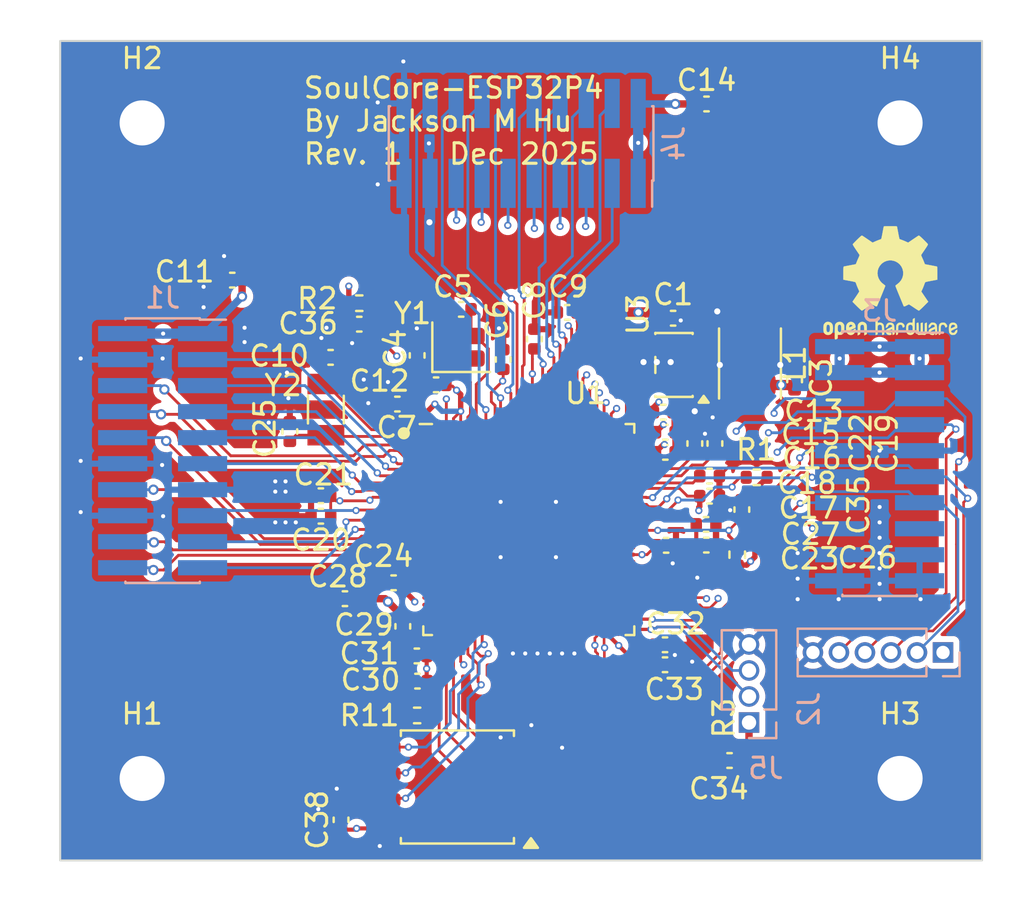
<source format=kicad_pcb>
(kicad_pcb (version 20241229) (generator "pcbnew") (generator_version "9.0")
  (layers (0 "F.Cu" signal) (4 "In1.Cu" signal) (6 "In2.Cu" signal) (2 "B.Cu" signal) (13 "F.Paste" user) (15 "B.Paste" user) (5 "F.SilkS" user "F.Silkscreen") (7 "B.SilkS" user "B.Silkscreen") (1 "F.Mask" user) (3 "B.Mask" user) (25 "Edge.Cuts" user))
  (net 0 "")
  (net 1 "+3V3")
  (net 2 "GND")
  (net 3 "+1V2")
  (net 4 "XTAL_P")
  (net 5 "XTAL_N")
  (net 6 "IO0{slash}LSE")
  (net 7 "VDDO_FLASH")
  (net 8 "VDDO_PSRAM")
  (net 9 "VDDO3")
  (net 10 "VDDO4")
  (net 11 "IO1{slash}LSE")
  (net 12 "IO35{slash}BOOT")
  (net 13 "CHIP_PU")
  (net 14 "IO8{slash}BOOT")
  (net 15 "IO5{slash}TDI")
  (net 16 "IO4{slash}TRST")
  (net 17 "IO10{slash}TDO")
  (net 18 "IO13")
  (net 19 "IO12")
  (net 20 "IO15{slash}UART_RX")
  (net 21 "IO11{slash}nRST")
  (net 22 "IO14{slash}UART_TX")
  (net 23 "IO9{slash}nRST")
  (net 24 "IO38{slash}U0RXD")
  (net 25 "IO37{slash}U0TXD")
  (net 26 "IO40{slash}SDDAT1")
  (net 27 "IO45{slash}SDDET")
  (net 28 "IO44{slash}SDCMD")
  (net 29 "IO41{slash}SDDAT2")
  (net 30 "IO43{slash}SDCLK")
  (net 31 "IO42{slash}SDDAT3")
  (net 32 "IO39{slash}SDDAT0")
  (net 33 "Net-(U3-SW)")
  (net 34 "Net-(U1-GPIO36)")
  (net 35 "IO6{slash}SWDIO")
  (net 36 "IO7{slash}SWCLK")
  (net 37 "FLASH_CS")
  (net 41 "FLASH_WP")
  (net 53 "FLASH_CK")
  (net 61 "FLASH_HD")
  (net 67 "EN_DCDC")
  (net 68 "FLASH_Q")
  (net 72 "FLASH_D")
  (net 75 "FB_DCDC")
  (net 77 "IO2")
  (net 78 "IO48")
  (net 79 "IO27")
  (net 80 "IO3")
  (net 81 "IO46")
  (net 82 "IO50")
  (net 83 "IO47")
  (net 84 "IO51")
  (net 85 "IO52")
  (net 86 "IO49")
  (net 87 "IO53")
  (net 88 "IO26")
  (net 89 "USB_D-")
  (net 91 "USB_D+")
  (net 92 "JTAG_D-")
  (net 93 "JTAG_D+")
  (footprint "Capacitor_SMD:C_0402_1005Metric" (layer "F.Cu") (at 113.71 119.065 90)
    (property "Reference" "C25")
    (property "Value" "20pF")
  )
  (footprint "Capacitor_SMD:C_0402_1005Metric" (layer "F.Cu") (at 134.04 124.61)
    (property "Reference" "C26")
    (property "Value" "0.1uF")
  )
  (footprint "Capacitor_SMD:C_0402_1005Metric" (layer "F.Cu") (at 134.46 119.65 90)
    (property "Reference" "C19")
    (property "Value" "1uF")
  )
  (footprint "Symbol:OSHW-Logo2_7.3x6mm_SilkScreen" (layer "F.Cu") (at 143.025 111.8)
    (property "Reference" "REF**" (hide yes))
    (property "Value" "OSHW-Logo2_7.3x6mm_SilkScreen" (hide yes))
  )
  (footprint "Capacitor_SMD:C_0402_1005Metric" (layer "F.Cu") (at 134.2 122.22)
    (property "Reference" "C17")
    (property "Value" "1uF")
  )
  (footprint "Capacitor_SMD:C_0402_1005Metric" (layer "F.Cu") (at 120.85 116.785 180)
    (property "Reference" "C12")
    (property "Value" "0.1uF")
  )
  (footprint "MountingHole:MountingHole_2.2mm_M2_Pad" (layer "F.Cu") (at 143.5 104)
    (property "Reference" "H4")
    (property "Value" "Mount")
  )
  (footprint "Capacitor_SMD:C_0402_1005Metric" (layer "F.Cu") (at 131.94 118.12)
    (property "Reference" "C13")
    (property "Value" "0.1uF")
  )
  (footprint "Capacitor_SMD:C_0402_1005Metric" (layer "F.Cu") (at 132.04 120.08)
    (property "Reference" "C16")
    (property "Value" "0.1uF")
  )
  (footprint "Package_TO_SOT_SMD:SOT-23-5" (layer "F.Cu") (at 132.4625 115.815 180)
    (property "Reference" "U3")
    (property "Value" "TLV62569DBV")
  )
  (footprint "Capacitor_SMD:C_0402_1005Metric" (layer "F.Cu") (at 134.05 103.075)
    (property "Reference" "C14")
    (property "Value" "10uF")
  )
  (footprint "Capacitor_SMD:C_0402_1005Metric" (layer "F.Cu") (at 124.125 115.55 90)
    (property "Reference" "C6")
    (property "Value" "0.1uF")
  )
  (footprint "Capacitor_SMD:C_0402_1005Metric" (layer "F.Cu") (at 132.08 124.62)
    (property "Reference" "C23")
    (property "Value" "0.1uF")
  )
  (footprint "Capacitor_SMD:C_0402_1005Metric" (layer "F.Cu") (at 118.96 117.725 180)
    (property "Reference" "C7")
    (property "Value" "0.1uF")
  )
  (footprint "MountingHole:MountingHole_2.2mm_M2_Pad" (layer "F.Cu") (at 143.5 136)
    (property "Reference" "H3")
    (property "Value" "Mount")
  )
  (footprint "Crystal:Crystal_SMD_3215-2Pin_3.2x1.5mm" (layer "F.Cu") (at 115.47 117.995 90)
    (property "Reference" "Y2")
    (property "Value" "32.768k")
  )
  (footprint "Capacitor_SMD:C_0402_1005Metric" (layer "F.Cu") (at 135.175 135.125 180)
    (property "Reference" "C34")
    (property "Value" "4.7uF")
  )
  (footprint "Capacitor_SMD:C_0402_1005Metric" (layer "F.Cu") (at 116.21 138.02 90)
    (property "Reference" "C38")
    (property "Value" "0.1uF")
  )
  (footprint "Capacitor_SMD:C_0402_1005Metric" (layer "F.Cu") (at 135.775 122.875 90)
    (property "Reference" "C35")
    (property "Value" "0.1uF")
  )
  (footprint "MountingHole:MountingHole_2.2mm_M2_Pad" (layer "F.Cu") (at 106.5 104)
    (property "Reference" "H2")
    (property "Value" "Mount")
  )
  (footprint "Capacitor_SMD:C_0402_1005Metric" (layer "F.Cu") (at 125.65 114.55 90)
    (property "Reference" "C8")
    (property "Value" "0.1uF")
  )
  (footprint "Capacitor_SMD:C_0402_1005Metric" (layer "F.Cu") (at 118.775 126.45)
    (property "Reference" "C24")
    (property "Value" "0.1uF")
  )
  (footprint "Capacitor_SMD:C_0402_1005Metric" (layer "F.Cu") (at 115.225 122.2 180)
    (property "Reference" "C21")
    (property "Value" "0.1uF")
  )
  (footprint "Capacitor_SMD:C_0402_1005Metric" (layer "F.Cu") (at 110.9 111.675 180)
    (property "Reference" "C11")
    (property "Value" "10uF")
  )
  (footprint "Capacitor_SMD:C_0402_1005Metric" (layer "F.Cu") (at 133.48 119.65 90)
    (property "Reference" "C22")
    (property "Value" "1uF")
  )
  (footprint "Capacitor_SMD:C_0402_1005Metric" (layer "F.Cu") (at 134.03 123.6)
    (property "Reference" "C27")
    (property "Value" "1uF")
  )
  (footprint "Capacitor_SMD:C_0402_1005Metric" (layer "F.Cu") (at 116.4 127.225 180)
    (property "Reference" "C28")
    (property "Value" "10uF")
  )
  (footprint "Package_SO:SOIC-8_5.3x5.3mm_P1.27mm" (layer "F.Cu") (at 121.89 136.4175 180)
    (property "Reference" "U2" (hide yes))
    (property "Value" "W25Q128JVS")
  )
  (footprint "Espressif:ESP32-P4" (layer "F.Cu") (at 125.375 123.85)
    (property "Reference" "U1")
    (property "Value" "ESP32-P4")
  )
  (footprint "Capacitor_SMD:C_0402_1005Metric" (layer "F.Cu") (at 132.04 119.1)
    (property "Reference" "C15")
    (property "Value" "0.1uF")
  )
  (footprint "Capacitor_SMD:C_0402_1005Metric" (layer "F.Cu") (at 115.225 123.2 180)
    (property "Reference" "C20")
    (property "Value" "10uF")
  )
  (footprint "Capacitor_SMD:C_0402_1005Metric" (layer "F.Cu") (at 119.225 128.575 -90)
    (property "Reference" "C29")
    (property "Value" "0.1uF")
  )
  (footprint "Resistor_SMD:R_0402_1005Metric" (layer "F.Cu") (at 135.55 125.075 90)
    (property "Reference" "R3")
    (property "Value" "10k")
  )
  (footprint "Capacitor_SMD:C_0402_1005Metric" (layer "F.Cu") (at 119.91 130.02 180)
    (property "Reference" "C31")
    (property "Value" "0.1uF")
  )
  (footprint "Capacitor_SMD:C_0402_1005Metric" (layer "F.Cu") (at 115.7 115.445)
    (property "Reference" "C10")
    (property "Value" "20pF")
  )
  (footprint "Capacitor_SMD:C_0402_1005Metric" (layer "F.Cu") (at 117.1 113.825 180)
    (property "Reference" "C36")
    (property "Value" "0.1uF")
  )
  (footprint "Resistor_SMD:R_0402_1005Metric" (layer "F.Cu") (at 136.5 121.3 180)
    (property "Reference" "R1")
    (property "Value" "10k")
  )
  (footprint "Inductor_SMD:L_Changjiang_FTC322510S" (layer "F.Cu") (at 136.1725 115.745 -90)
    (property "Reference" "L1")
    (property "Value" "2.2uH/3A")
  )
  (footprint "Crystal:Crystal_SMD_2016-4Pin_2.0x1.6mm" (layer "F.Cu") (at 122.075 114.95)
    (property "Reference" "Y1")
    (property "Value" "40MHz 10ppm")
  )
  (footprint "Capacitor_SMD:C_0402_1005Metric" (layer "F.Cu") (at 127.25 113.25 180)
    (property "Reference" "C9")
    (property "Value" "0.1uF")
  )
  (footprint "Capacitor_SMD:C_0402_1005Metric" (layer "F.Cu") (at 132.42 113.535)
    (property "Reference" "C1")
    (property "Value" "22uF")
  )
  (footprint "Capacitor_SMD:C_0402_1005Metric" (layer "F.Cu") (at 132.025 130.45)
    (property "Reference" "C33")
    (property "Value" "0.1uF")
  )
  (footprint "Capacitor_SMD:C_0402_1005Metric" (layer "F.Cu") (at 138.35 116.55 90)
    (property "Reference" "C3")
    (property "Value" "22uF")
  )
  (footprint "Capacitor_SMD:C_0402_1005Metric" (layer "F.Cu") (at 122.075 113.1 180)
    (property "Reference" "C5")
    (property "Value" "22pF")
  )
  (footprint "Capacitor_SMD:C_0402_1005Metric" (layer "F.Cu") (at 134.2 121.24)
    (property "Reference" "C18")
    (property "Value" "1uF")
  )
  (footprint "Capacitor_SMD:C_0402_1005Metric" (layer "F.Cu") (at 119.925 115.35 -90)
    (property "Reference" "C4")
    (property "Value" "22pF")
  )
  (footprint "Resistor_SMD:R_0402_1005Metric" (layer "F.Cu") (at 117.1 112.8)
    (property "Reference" "R2")
    (property "Value" "10k")
  )
  (footprint "Capacitor_SMD:C_0402_1005Metric" (layer "F.Cu") (at 132.025 129.475)
    (property "Reference" "C32")
    (property "Value" "10nF")
  )
  (footprint "MountingHole:MountingHole_2.2mm_M2_Pad" (layer "F.Cu") (at 106.5 136)
    (property "Reference" "H1")
    (property "Value" "Mount")
  )
  (footprint "Capacitor_SMD:C_0402_1005Metric" (layer "F.Cu") (at 119.94 131.25 180)
    (property "Reference" "C30")
    (property "Value" "1uF")
  )
  (footprint "Resistor_SMD:R_0402_1005Metric" (layer "F.Cu") (at 119.925 132.925 180)
    (property "Reference" "R11")
    (property "Value" "10k")
  )
  (footprint "Connector_PinSocket_1.27mm:PinSocket_1x04_P1.27mm_Vertical" (layer "B.Cu") (at 136.125 133.27)
    (property "Reference" "J5")
    (property "Value" "USB_DBG")
  )
  (footprint "Connector_PinHeader_1.27mm:PinHeader_2x10_P1.27mm_Vertical_SMD" (layer "B.Cu") (at 142.5 120.635 180)
    (property "Reference" "J3")
    (property "Value" "DBG_PINS")
  )
  (footprint "Connector_PinHeader_1.27mm:PinHeader_2x10_P1.27mm_Vertical_SMD" (layer "B.Cu") (at 107.5 120 180)
    (property "Reference" "J1")
    (property "Value" "PROG_PIN")
  )
  (footprint "Connector_PinHeader_1.27mm:PinHeader_1x06_P1.27mm_Vertical" (layer "B.Cu") (at 145.595 129.85 90)
    (property "Reference" "J2")
    (property "Value" "UART_PROG")
  )
  (footprint "Connector_PinHeader_1.27mm:PinHeader_2x10_P1.27mm_Vertical_SMD" (layer "B.Cu") (at 125 105 90)
    (property "Reference" "J4")
    (property "Value" "SD_PINS")
  )
  (gr_rect (start 102.5 100) (end 147.5 140) (stroke (width 0.1)) (fill no) (layer "Edge.Cuts"))
  (gr_text "SoulCore-ESP32P4\nBy Jackson M Hu \nRev. 1   Dec 2025\n" (at 114.3 106.1 0) (layer "F.SilkS") (effects (font (size 1 1)) (justify left bottom)))
  (segment (start 135.55 125.585) (end 136.015 125.585) (width 0.2626) (layer "F.Cu") (net 1))
  (segment (start 123.546 117.611397) (end 123.73 117.795397) (width 0.138) (layer "F.Cu") (net 1))
  (segment (start 119.255 126.795) (end 119.255 126.45) (width 0.2626) (layer "F.Cu") (net 1))
  (segment (start 131.94 114.25) (end 131.325 114.865) (width 0.5) (layer "F.Cu") (net 1))
  (segment (start 124.125 116.575) (end 124.125 116.03) (width 0.138) (layer "F.Cu") (net 1))
  (segment (start 131.545 129.475) (end 131.545 129.975) (width 0.2) (layer "F.Cu") (net 1))
  (segment (start 116.59 111.97) (end 116.59 112.8) (width 0.2626) (layer "F.Cu") (net 1))
  (segment (start 127.732 113.252) (end 127.732 113.695603) (width 0.138) (layer "F.Cu") (net 1))
  (segment (start 131.56 120.08) (end 131.24 120.08) (width 0.138) (layer "F.Cu") (net 1))
  (segment (start 119.79 118.075) (end 119.44 117.725) (width 0.2626) (layer "F.Cu") (net 1))
  (segment (start 115.705 122.2) (end 115.705 123.2) (width 0.138) (layer "F.Cu") (net 1))
  (segment (start 127.73 113.25) (end 130.725 113.25) (width 0.5) (layer "F.Cu") (net 1))
  (segment (start 136.015 125.585) (end 136.2 125.4) (width 0.2626) (layer "F.Cu") (net 1))
  (segment (start 121.65 116.85) (end 121.335 116.85) (width 0.138) (layer "F.Cu") (net 1))
  (segment (start 121.33 116.855) (end 121.33 116.85) (width 0.138) (layer "F.Cu") (net 1))
  (segment (start 131.145 125.075) (end 131.6 124.62) (width 0.138) (layer "F.Cu") (net 1))
  (segment (start 121.85 117.05) (end 122.05 117.25) (width 0.2626) (layer "F.Cu") (net 1))
  (segment (start 122.05 118.075) (end 121.7 118.425) (width 0.138) (layer "F.Cu") (net 1))
  (segment (start 130.9 125.075) (end 131.145 125.075) (width 0.138) (layer "F.Cu") (net 1))
  (segment (start 121.335 116.85) (end 121.33 116.855) (width 0.138) (layer "F.Cu") (net 1))
  (segment (start 131.46 117.89) (end 131.46 118.12) (width 0.2626) (layer "F.Cu") (net 1))
  (segment (start 119.28 126.475) (end 120.5 126.475) (width 0.2) (layer "F.Cu") (net 1))
  (segment (start 127.73 113.25) (end 127.73 113.27) (width 0.138) (layer "F.Cu") (net 1))
  (segment (start 132 119.7) (end 131.94 119.7) (width 0.2626) (layer "F.Cu") (net 1))
  (segment (start 120.44 118.075) (end 119.79 118.075) (width 0.2626) (layer "F.Cu") (net 1))
  (segment (start 130.625 119.825) (end 130.25 119.825) (width 0.138) (layer "F.Cu") (net 1))
  (segment (start 131.52 118.1) (end 131.5 118.1) (width 0.138) (layer "F.Cu") (net 1))
  (segment (start 127.73 117.046181) (end 127.73 117.07) (width 0.138) (layer "F.Cu") (net 1))
  (segment (start 123.73 117.795397) (end 123.73 118.255) (width 0.138) (layer "F.Cu") (net 1))
  (segment (start 121.85 117.05) (end 121.65 116.85) (width 0.138) (layer "F.Cu") (net 1))
  (segment (start 136.125 133.27) (end 136.125 134.655) (width 0.36) (layer "F.Cu") (net 1))
  (segment (start 117.6175 122.4175) (end 117.76 122.275) (width 0.138) (layer "F.Cu") (net 1))
  (segment (start 131.01 119.44) (end 130.625 119.825) (width 0.138) (layer "F.Cu") (net 1))
  (segment (start 130.795 120.525) (end 130.25 120.525) (width 0.138) (layer "F.Cu") (net 1))
  (segment (start 122.05 117.25) (end 122.05 118.075) (width 0.2626) (layer "F.Cu") (net 1))
  (segment (start 131.24 120.08) (end 130.795 120.525) (width 0.138) (layer "F.Cu") (net 1))
  (segment (start 130.725 113.25) (end 131.655 113.25) (width 0.5) (layer "F.Cu") (net 1))
  (segment (start 131.94 113.535) (end 131.94 114.25) (width 0.5) (layer "F.Cu") (net 1))
  (segment (start 124.1 116.6) (end 123.546 117.154) (width 0.138) (layer "F.Cu") (net 1))
  (segment (start 127.75 114.086397) (end 127.732 114.104397) (width 0.138) (layer "F.Cu") (net 1))
  (segment (start 131.545 129.975) (end 131.545 130.45) (width 0.2) (layer "F.Cu") (net 1))
  (segment (start 117.6175 122.4175) (end 117.587476 122.447524) (width 0.138) (layer "F.Cu") (net 1))
  (segment (start 130.25 125.075) (end 130.9 125.075) (width 0.138) (layer "F.Cu") (net 1))
  (segment (start 130.225 129.975) (end 131.545 129.975) (width 0.2) (layer "F.Cu") (net 1))
  (segment (start 131.017 119.359738) (end 131.01 119.366737) (width 0.138) (layer "F.Cu") (net 1))
  (segment (start 127.732 113.695603) (end 127.75 113.713603) (width 0.138) (layer "F.Cu") (net 1))
  (segment (start 129.4 128.725) (end 129.4 129.15) (width 0.2) (layer "F.Cu") (net 1))
  (segment (start 127.75 113.713603) (end 127.75 114.086397) (width 0.138) (layer "F.Cu") (net 1))
  (segment (start 131.94 119.7) (end 131.56 120.08) (width 0.2626) (layer "F.Cu") (net 1))
  (segment (start 116.15 122.447524) (end 115.952524 122.447524) (width 0.138) (layer "F.Cu") (net 1))
  (segment (start 127.732 117.044181) (end 127.73 117.046181) (width 0.138) (layer "F.Cu") (net 1))
  (segment (start 127.73 113.25) (end 127.725 113.255) (width 0.138) (layer "F.Cu") (net 1))
  (segment (start 115.952524 122.447524) (end 115.705 122.2) (width 0.138) (layer "F.Cu") (net 1))
  (segment (start 123.73 118.255) (end 123.8 118.325) (width 0.138) (layer "F.Cu") (net 1))
  (segment (start 119.81 127.35) (end 119.255 126.795) (width 0.2626) (layer "F.Cu") (net 1))
  (segment (start 123.546 117.154) (end 123.546 117.611397) (width 0.138) (layer "F.Cu") (net 1))
  (segment (start 131.01 119.366737) (end 131.01 119.44) (width 0.138) (layer "F.Cu") (net 1))
  (segment (start 119.255 126.45) (end 119.28 126.475) (width 0.2) (layer "F.Cu") (net 1))
  (segment (start 131.017 118.583) (end 131.017 119.359738) (width 0.138) (layer "F.Cu") (net 1))
  (segment (start 123.8 118.325) (end 123.8 118.975) (width 0.138) (layer "F.Cu") (net 1))
  (segment (start 127.73 113.25) (end 127.732 113.252) (width 0.138) (layer "F.Cu") (net 1))
  (segment (start 124.1 116.6) (end 124.125 116.575) (width 0.138) (layer "F.Cu") (net 1))
  (segment (start 136.4132 121.8968) (end 136.4132 125.1868) (width 0.2626) (layer "F.Cu") (net 1))
  (segment (start 117.587476 122.447524) (end 116.15 122.447524) (width 0.138) (layer "F.Cu") (net 1))
  (segment (start 121.7 118.425) (end 121.7 118.975) (width 0.138) (layer "F.Cu") (net 1))
  (segment (start 129.7625 129.5125) (end 130.225 129.975) (width 0.2) (layer "F.Cu") (net 1))
  (segment (start 111.38 111.675) (end 111.38 112.47) (width 0.36) (layer "F.Cu") (net 1))
  (segment (start 111.38 112.47) (end 111.375 112.475) (width 0.36) (layer "F.Cu") (net 1))
  (segment (start 133.57 103.075) (end 132.525 103.075) (width 0.36) (layer "F.Cu") (net 1))
  (segment (start 119.81 127.38) (end 119.81 127.35) (width 0.2626) (layer "F.Cu") (net 1))
  (segment (start 131.5 118.1) (end 131.017 118.583) (width 0.138) (layer "F.Cu") (net 1))
  (segment (start 127.732 114.104397) (end 127.732 117.044181) (width 0.138) (layer "F.Cu") (net 1))
  (segment (start 136.4132 125.1868) (end 136.2 125.4) (width 0.2626) (layer "F.Cu") (net 1))
  (segment (start 117.76 122.275) (end 120.5 122.275) (width 0.138) (layer "F.Cu") (net 1))
  (segment (start 127.65 117.15) (end 127.65 118.975) (width 0.138) (layer "F.Cu") (net 1))
  (segment (start 127.73 117.07) (end 127.65 117.15) (width 0.138) (layer "F.Cu") (net 1))
  (segment (start 122.05 118.975) (end 122.05 118.075) (width 0.138) (layer "F.Cu") (net 1))
  (segment (start 120.79 117.725) (end 120.44 118.075) (width 0.2626) (layer "F.Cu") (net 1))
  (segment (start 137.01 121.3) (end 136.4132 121.8968) (width 0.2626) (layer "F.Cu") (net 1))
  (segment (start 129.4 129.15) (end 129.7625 129.5125) (width 0.2) (layer "F.Cu") (net 1))
  (segment (start 136.125 134.655) (end 135.655 135.125) (width 0.36) (layer "F.Cu") (net 1))
  (segment (start 131.655 113.25) (end 131.94 113.535) (width 0.5) (layer "F.Cu") (net 1))
  (segment (start 131.725 117.625) (end 131.46 117.89) (width 0.2626) (layer "F.Cu") (net 1))
  (via (at 107.525 114.285) (size 0.35) (drill 0.2) (layers "F.Cu" "B.Cu") (net 1))
  (via (at 132.525 103.075) (size 0.5) (drill 0.3) (layers "F.Cu" "B.Cu") (net 1))
  (via (at 132 119.7) (size 0.35) (drill 0.2) (layers "F.Cu" "B.Cu") (net 1))
  (via (at 111.375 112.475) (size 0.5) (drill 0.3) (layers "F.Cu" "B.Cu") (net 1))
  (via (at 116.15 122.447524) (size 0.35) (drill 0.2) (layers "F.Cu" "B.Cu") (net 1))
  (via (at 140.55 115.5) (size 0.35) (drill 0.2) (layers "F.Cu" "B.Cu") (net 1))
  (via (at 120.79 117.725) (size 0.35) (drill 0.2) (layers "F.Cu" "B.Cu") (net 1))
  (via (at 142.5 114.92) (size 0.35) (drill 0.2) (layers "F.Cu" "B.Cu") (net 1))
  (via (at 130.715 104.975) (size 0.35) (drill 0.2) (layers "F.Cu" "B.Cu") (net 1))
  (via (at 124.1 116.6) (size 0.35) (drill 0.2) (layers "F.Cu" "B.Cu") (net 1))
  (via (at 142.5 116.19) (size 0.35) (drill 0.2) (layers "F.Cu" "B.Cu") (net 1))
  (via (at 131.725 117.625) (size 0.35) (drill 0.2) (layers "F.Cu" "B.Cu") (net 1))
  (via (at 129.7625 129.5125) (size 0.35) (drill 0.2) (layers "F.Cu" "B.Cu") (net 1))
  (via (at 116.59 111.97) (size 0.35) (drill 0.2) (layers "F.Cu" "B.Cu") (net 1))
  (via (at 121.85 117.05) (size 0.35) (drill 0.2) (layers "F.Cu" "B.Cu") (net 1))
  (via (at 130.725 113.25) (size 0.5) (drill 0.3) (layers "F.Cu" "B.Cu") (net 1))
  (via (at 119.81 127.38) (size 0.35) (drill 0.2) (layers "F.Cu" "B.Cu") (net 1))
  (via (at 130.9 125.075) (size 0.35) (drill 0.2) (layers "F.Cu" "B.Cu") (net 1))
  (via (at 122.05 118.075) (size 0.35) (drill 0.2) (layers "F.Cu" "B.Cu") (net 1))
  (via (at 136.2 125.4) (size 0.35) (drill 0.2) (layers "F.Cu" "B.Cu") (net 1))
  (via (at 144.45 115.5) (size 0.35) (drill 0.2) (layers "F.Cu" "B.Cu") (net 1))
  (via (at 117.6175 122.4175) (size 0.35) (drill 0.2) (layers "F.Cu" "B.Cu") (net 1))
  (segment (start 144.45 114.92) (end 142.5 114.92) (width 0.5) (layer "B.Cu") (net 1))
  (segment (start 107.525 114.285) (end 105.55 114.285) (width 0.5) (layer "B.Cu") (net 1))
  (segment (start 144.45 114.92) (end 144.45 115.5) (width 0.5) (layer "B.Cu") (net 1))
  (segment (start 130.715 103.05) (end 130.715 104.975) (width 0.5) (layer "B.Cu") (net 1))
  (segment (start 140.55 116.19) (end 142.5 116.19) (width 0.5) (layer "B.Cu") (net 1))
  (segment (start 109.565 114.285) (end 111.375 112.475) (width 0.36) (layer "B.Cu") (net 1))
  (segment (start 140.55 115.5) (end 140.55 116.19) (width 0.5) (layer "B.Cu") (net 1))
  (segment (start 109.45 114.285) (end 109.565 114.285) (width 0.36) (layer "B.Cu") (net 1))
  (segment (start 142.5 116.19) (end 144.45 116.19) (width 0.5) (layer "B.Cu") (net 1))
  (segment (start 120.79 117.725) (end 121.14 118.075) (width 0.2626) (layer "B.Cu") (net 1))
  (segment (start 140.55 114.92) (end 140.55 115.5) (width 0.5) (layer "B.Cu") (net 1))
  (segment (start 132.525 103.075) (end 130.74 103.075) (width 0.36) (layer "B.Cu") (net 1))
  (segment (start 109.45 114.285) (end 107.525 114.285) (width 0.5) (layer "B.Cu") (net 1))
  (segment (start 142.5 114.92) (end 140.55 114.92) (width 0.5) (layer "B.Cu") (net 1))
  (segment (start 144.45 115.5) (end 144.45 116.19) (width 0.5) (layer "B.Cu") (net 1))
  (segment (start 130.715 104.975) (end 130.715 106.95) (width 0.5) (layer "B.Cu") (net 1))
  (segment (start 121.14 118.075) (end 122.05 118.075) (width 0.2626) (layer "B.Cu") (net 1))
  (segment (start 130.74 103.075) (end 130.715 103.05) (width 0.36) (layer "B.Cu") (net 1))
  (segment (start 134.68 121.24) (end 135.225 120.695) (width 0.138) (layer "F.Cu") (net 2))
  (segment (start 132.561 119.141) (end 132.561 120.039) (width 0.36) (layer "F.Cu") (net 2))
  (segment (start 121.595 114.18) (end 121.375 114.4) (width 0.2626) (layer "F.Cu") (net 2))
  (segment (start 133.6 115.815) (end 133.46 115.675) (width 0.5) (layer "F.Cu") (net 2))
  (segment (start 132.3 115.675) (end 131.625 115.675) (width 0.5) (layer "F.Cu") (net 2))
  (segment (start 124.125 114.275) (end 124.125 115.07) (width 0.2626) (layer "F.Cu") (net 2))
  (segment (start 132.52 119.1) (end 133.41 119.1) (width 0.36) (layer "F.Cu") (net 2))
  (segment (start 132.505 129.975) (end 132.505 130.45) (width 0.2) (layer "F.Cu") (net 2))
  (segment (start 123.92 114.03) (end 123.92 114.07) (width 0.2626) (layer "F.Cu") (net 2))
  (segment (start 134.855 122.395) (end 134.68 122.22) (width 0.2626) (layer "F.Cu") (net 2))
  (segment (start 132.6115 115.336499) (end 133.090001 115.815) (width 0.25) (layer "F.Cu") (net 2))
  (segment (start 133.6 115.815) (end 134.7 115.815) (width 0.5) (layer "F.Cu") (net 2))
  (segment (start 133.46 115.675) (end 132.3 115.675) (width 0.5) (layer "F.Cu") (net 2))
  (segment (start 132.465 118.075) (end 132.42 118.12) (width 0.36) (layer "F.Cu") (net 2))
  (segment (start 134.46 119.17) (end 133.48 119.17) (width 0.36) (layer "F.Cu") (net 2))
  (segment (start 138.095 115.815) (end 138.35 116.07) (width 0.5) (layer "F.Cu") (net 2))
  (segment (start 121.595 113.1) (end 121.595 114.18) (width 0.2626) (layer "F.Cu") (net 2))
  (segment (start 135.225 119.935) (end 134.46 119.17) (width 0.138) (layer "F.Cu") (net 2))
  (segment (start 132.6115 113.8235) (end 132.6115 115.336499) (width 0.25) (layer "F.Cu") (net 2))
  (segment (start 132.52 119.1) (end 132.561 119.141) (width 0.36) (layer "F.Cu") (net 2))
  (segment (start 132.9 113.535) (end 132.7925 113.6425) (width 0.25) (layer "F.Cu") (net 2))
  (segment (start 132.7925 113.6425) (end 132.6115 113.8235) (width 0.25) (layer "F.Cu") (net 2))
  (segment (start 134.68 121.24) (end 134.68 122.22) (width 0.138) (layer "F.Cu") (net 2))
  (segment (start 137.65 115.815) (end 138.095 115.815) (width 0.5) (layer "F.Cu") (net 2))
  (segment (start 122.475 115.5) (end 121.375 114.4) (width 0.2626) (layer "F.Cu") (net 2))
  (segment (start 133.475 118.075) (end 133.475 119.165) (width 0.36) (layer "F.Cu") (net 2))
  (segment (start 135.225 120.695) (end 135.225 119.935) (width 0.138) (layer "F.Cu") (net 2))
  (segment (start 132.505 129.475) (end 132.505 129.975) (width 0.2) (layer "F.Cu") (net 2))
  (segment (start 132.561 120.039) (end 132.52 120.08) (width 0.36) (layer "F.Cu") (net 2))
  (segment (start 121.24 114.595) (end 120.32 114.595) (width 0.138) (layer "F.Cu") (net 2))
  (segment (start 122.775 115.5) (end 122.475 115.5) (width 0.2626) (layer "F.Cu") (net 2))
  (segment (start 133.475 119.165) (end 133.48 119.17) (width 0.36) (layer "F.Cu") (net 2))
  (segment (start 135.715 122.395) (end 135.775 122.395) (width 0.2626) (layer "F.Cu") (net 2))
  (segment (start 120.32 114.595) (end 119.89 115.025) (width 0.138) (layer "F.Cu") (net 2))
  (segment (start 134.7 115.815) (end 137.65 115.815) (width 0.5) (layer "F.Cu") (net 2))
  (segment (start 132.52 118.22) (end 132.42 118.12) (width 0.36) (layer "F.Cu") (net 2))
  (segment (start 133.41 119.1) (end 133.48 119.17) (width 0.36) (layer "F.Cu") (net 2))
  (segment (start 132.52 119.1) (end 132.52 118.22) (width 0.36) (layer "F.Cu") (net 2))
  (segment (start 123.92 114.07) (end 124.125 114.275) (width 0.2626) (layer "F.Cu") (net 2))
  (segment (start 135.775 122.395) (end 134.855 122.395) (width 0.2626) (layer "F.Cu") (net 2))
  (segment (start 131.625 115.675) (end 130.975 115.675) (width 0.5) (layer "F.Cu") (net 2))
  (segment (start 135.205 122.905) (end 135.715 122.395) (width 0.2626) (layer "F.Cu") (net 2))
  (segment (start 119.225 129.815) (end 119.43 130.02) (width 0.2) (layer "F.Cu") (net 2))
  (segment (start 119.225 129.055) (end 119.225 129.815) (width 0.2) (layer "F.Cu") (net 2))
  (segment (start 135.205 122.905) (end 134.51 123.6) (width 0.2626) (layer "F.Cu") (net 2))
  (segment (start 133.475 118.075) (end 132.465 118.075) (width 0.36) (layer "F.Cu") (net 2))
  (via (at 142.5 126.5) (size 0.35) (drill 0.2) (layers "F.Cu" "B.Cu") (net 2))
  (via (at 123.92 114.03) (size 0.35) (drill 0.2) (layers "F.Cu" "B.Cu") (net 2))
  (via (at 142.5 127.25) (size 0.35) (drill 0.2) (layers "F.Cu" "B.Cu") (net 2))
  (via (at 135.205 122.905) (size 0.35) (drill 0.2) (layers "F.Cu" "B.Cu") (net 2))
  (via (at 142.5 125.75) (size 0.35) (drill 0.2) (layers "F.Cu" "B.Cu") (net 2))
  (via (at 109.5 113) (size 0.35) (drill 0.2) (layers "F.Cu" "B.Cu") (net 2))
  (via (at 103.5 120.5) (size 0.35) (drill 0.2) (layers "F.Cu" "B.Cu") (net 2))
  (via (at 112.68 118.63) (size 0.35) (drill 0.2) (layers "F.Cu" "B.Cu") (net 2))
  (via (at 119.25 101) (size 0.35) (drill 0.2) (layers "F.Cu" "B.Cu") (net 2))
  (via (at 126.4 129.9) (size 0.35) (drill 0.2) (layers "F.Cu" "B.Cu") (net 2))
  (via (at 113.57 116.19) (size 0.35) (drill 0.2) (layers "F.Cu" "B.Cu") (net 2))
  (via (at 107.475 120.7) (size 0.35) (drill 0.2) (layers "F.Cu" "B.Cu") (net 2))
  (via (at 132.7925 113.6425) (size 0.35) (drill 0.2) (layers "F.Cu" "B.Cu") (net 2))
  (via (at 127 134.5) (size 0.35) (drill 0.2) (layers "F.Cu" "B.Cu") (net 2))
  (via (at 132.3 115.675) (size 0.5) (drill 0.3) (layers "F.Cu" "B.Cu") (net 2))
  (via (at 134.35 118.375) (size 0.35) (drill 0.2) (layers "F.Cu" "B.Cu") (net 2))
  (via (at 120.5 105) (size 0.35) (drill 0.2) (layers "F.Cu" "B.Cu") (net 2))
  (via (at 124 134) (size 0.35) (drill 0.2) (layers "F.Cu" "B.Cu") (net 2))
  (via (at 142.5 120) (size 0.35) (drill 0.2) (layers "F.Cu" "B.Cu") (net 2))
  (via (at 117.54 117.68) (size 0.35) (drill 0.2) (layers "F.Cu" "B.Cu") (net 2))
  (via (at 103.5 115.5) (size 0.35) (drill 0.2) (layers "F.Cu" "B.Cu") (net 2))
  (via (at 118 103) (size 0.35) (drill 0.2) (layers "F.Cu" "B.Cu") (net 2))
  (via (at 107.525 123.2) (size 0.35) (drill 0.2) (layers "F.Cu" "B.Cu") (net 2))
  (via (at 110.5 110.5) (size 0.35) (drill 0.2) (layers "F.Cu" "B.Cu") (net 2))
  (via (at 133.6 126.2) (size 0.35) (drill 0.2) (layers "F.Cu" "B.Cu") (net 2))
  (via (at 120.525 108.85) (size 0.5) (drill 0.3) (layers "F.Cu" "B.Cu") (net 2))
  (via (at 115.5 114) (size 0.35) (drill 0.2) (layers "F.Cu" "B.Cu") (net 2))
  (via (at 130.975 115.675) (size 0.5) (drill 0.3) (layers "F.Cu" "B.Cu") (net 2))
  (via (at 134.7 115.815) (size 0.5) (drill 0.3) (layers "F.Cu" "B.Cu") (net 2))
  (via (at 126.7 122.5) (size 0.35) (drill 0.2) (layers "F.Cu" "B.Cu") (net 2))
  (via (at 132.505 129.975) (size 0.35) (drill 0.2) (layers "F.Cu" "B.Cu") (net 2))
  (via (at 142.5 122.75) (size 0.35) (drill 0.2) (layers "F.Cu" "B.Cu") (net 2))
  (via (at 124 122.5) (size 0.35) (drill 0.2) (layers "F.Cu" "B.Cu") (net 2))
  (via (at 124 125.2) (size 0.35) (drill 0.2) (layers "F.Cu" "B.Cu") (net 2))
  (via (at 144.5 127.25) (size 0.35) (drill 0.2) (layers "F.Cu" "B.Cu") (net 2))
  (via (at 142.5 123.5) (size 0.35) (drill 0.2) (layers "F.Cu" "B.Cu") (net 2))
  (via (at 109.5 112) (size 0.35) (drill 0.2) (layers "F.Cu" "B.Cu") (net 2))
  (via (at 119.91 114.03) (size 0.35) (drill 0.2) (layers "F.Cu" "B.Cu") (net 2))
  (via (at 113.64 117.44) (size 0.35) (drill 0.2) (layers "F.Cu" "B.Cu") (net 2))
  (via (at 140.5 127.25) (size 0.35) (drill 0.2) (layers "F.Cu" "B.Cu") (net 2))
  (via (at 127 129.9) (size 0.35) (drill 0.2) (layers "F.Cu" "B.Cu") (net 2))
  (via (at 125.8 129.9) (size 0.35) (drill 0.2) (layers "F.Cu" "B.Cu") (net 2))
  (via (at 117.32 116.53) (size 0.35) (drill 0.2) (layers "F.Cu" "B.Cu") (net 2))
  (via (at 127.6 129.9) (size 0.35) (drill 0.2) (layers "F.Cu" "B.Cu") (net 2))
  (via (at 115.25 114.5) (size 0.35) (drill 0.2) (layers "F.Cu" "B.Cu") (net 2))
  (via (at 118 107) (size 0.35) (drill 0.2) (layers "F.Cu" "B.Cu") (net 2))
  (via (at 131.625 115.675) (size 0.5) (drill 0.3) (layers "F.Cu" "B.Cu") (net 2))
  (via (at 137.65 115.815) (size 0.5) (drill 0.3) (layers "F.Cu" "B.Cu") (net 2))
  (via (at 113.5 121.5) (size 0.35) (drill 0.2) (layers "F.Cu" "B.Cu") (net 2))
  (via (at 138.5 125) (size 0.35) (drill 0.2) (layers "F.Cu" "B.Cu") (net 2))
  (via (at 116 136.5) (size 0.35) (drill 0.2) (layers "F.Cu" "B.Cu") (net 2))
  (via (at 138.5 126.25) (size 0.35) (drill 0.2) (layers "F.Cu" "B.Cu") (net 2))
  (via (at 113 121.5) (size 0.35) (drill 0.2) (layers "F.Cu" "B.Cu") (net 2))
  (via (at 113 122) (size 0.35) (drill 0.2) (layers "F.Cu" "B.Cu") (net 2))
  (via (at 138.5 127.25) (size 0.35) (drill 0.2) (layers "F.Cu" "B.Cu") (net 2))
  (via (at 113 123.5) (size 0.35) (drill 0.2) (layers "F.Cu" "B.Cu") (net 2))
  (via (at 133.35 130.3) (size 0.35) (drill 0.2) (layers "F.Cu" "B.Cu") (net 2))
  (via (at 114 123.5) (size 0.35) (drill 0.2) (layers "F.Cu" "B.Cu") (net 2))
  (via (at 115.1 137.5) (size 0.35) (drill 0.2) (layers "F.Cu" "B.Cu") (net 2))
  (via (at 142.5 124.25) (size 0.35) (drill 0.2) (layers "F.Cu" "B.Cu") (net 2))
  (via (at 116.75 114.75) (size 0.35) (drill 0.2) (layers "F.Cu" "B.Cu") (net 2))
  (via (at 111.5 114.7) (size 0.35) (drill 0.2) (layers "F.Cu" "B.Cu") (net 2))
  (via (at 113.5 122) (size 0.35) (drill 0.2) (layers "F.Cu" "B.Cu") (net 2))
  (via (at 113.5 123.5) (size 0.35) (drill 0.2) (layers "F.Cu" "B.Cu") (net 2))
  (via (at 126.7 125.2) (size 0.35) (drill 0.2) (layers "F.Cu" "B.Cu") (net 2))
  (via (at 118.5 116.65) (size 0.35) (drill 0.2) (layers "F.Cu" "B.Cu") (net 2))
  (via (at 124.6 129.9) (size 0.35) (drill 0.2) (layers "F.Cu" "B.Cu") (net 2))
  (via (at 142.5 125) (size 0.35) (drill 0.2) (layers "F.Cu" "B.Cu") (net 2))
  (via (at 125.5 133.4) (size 0.35) (drill 0.2) (layers "F.Cu" "B.Cu") (net 2))
  (via (at 133.475 118.075) (size 0.5) (drill 0.3) (layers "F.Cu" "B.Cu") (net 2))
  (via (at 111.5 114) (size 0.35) (drill 0.2) (layers "F.Cu" "B.Cu") (net 2))
  (via (at 118.1 139.3) (size 0.35) (drill 0.2) (layers "F.Cu" "B.Cu") (net 2))
  (via (at 133.975 119.175) (size 0.35) (drill 0.2) (layers "F.Cu" "B.Cu") (net 2))
  (via (at 134.575 113.2) (size 0.5) (drill 0.3) (layers "F.Cu" "B.Cu") (net 2))
  (via (at 107.5 115.5) (size 0.35) (drill 0.2) (layers "F.Cu" "B.Cu") (net 2))
  (via (at 132.4 125.5) (size 0.35) (drill 0.2) (layers "F.Cu" "B.Cu") (net 2))
  (via (at 103.5 123) (size 0.35) (drill 0.2) (layers "F.Cu" "B.Cu") (net 2))
  (via (at 125.2 129.9) (size 0.35) (drill 0.2) (layers "F.Cu" "B.Cu") (net 2))
  (segment (start 119.285 103.05) (end 119.285 106.95) (width 0.5) (layer "B.Cu") (net 2))
  (segment (start 120.555 108.82) (end 120.525 108.85) (width 0.5) (layer "B.Cu") (net 2))
  (segment (start 120.555 106.95) (end 120.555 108.82) (width 0.5) (layer "B.Cu") (net 2))
  (segment (start 118.355 127.225) (end 118.5025 127.3725) (width 0.36) (layer "F.Cu") (net 3))
  (segment (start 125.55 115.08) (end 125.55 115.525) (width 0.138) (layer "F.Cu") (net 3))
  (segment (start 116.88 127.225) (end 118.355 127.225) (width 0.36) (layer "F.Cu") (net 3))
  (segment (start 131.56 119.1) (end 131.416 119.244) (width 0.138) (layer "F.Cu") (net 3))
  (segment (start 125.55 116.25) (end 125.55 118.975) (width 0.138) (layer "F.Cu") (net 3))
  (segment (start 131.416 119.244) (end 131.416 119.409) (width 0.138) (layer "F.Cu") (net 3))
  (segment (start 138.115 116.795) (end 138.35 117.03) (width 0.5) (layer "F.Cu") (net 3))
  (segment (start 136.1725 116.795) (end 137.7 116.795) (width 0.5) (layer "F.Cu") (net 3))
  (segment (start 131.575 119.1) (end 131.56 119.1) (width 0.2626) (layer "F.Cu") (net 3))
  (segment (start 125.55 118.975) (end 125.596 118.929) (width 0.138) (layer "F.Cu") (net 3))
  (segment (start 125.55 115.525) (end 125.55 116.25) (width 0.138) (layer "F.Cu") (net 3))
  (segment (start 130.73918 120.175) (end 130.25 120.175) (width 0.138) (layer "F.Cu") (net 3))
  (segment (start 131.416 119.409) (end 130.82318 120.00182) (width 0.138) (layer "F.Cu") (net 3))
  (segment (start 131.95 118.725) (end 131.575 119.1) (width 0.2626) (layer "F.Cu") (net 3))
  (segment (start 119.355 128.225) (end 119.225 128.095) (width 0.2) (layer "F.Cu") (net 3))
  (segment (start 130.82318 120.091) (end 130.73918 120.175) (width 0.138) (layer "F.Cu") (net 3))
  (segment (start 120.5 128.225) (end 119.355 128.225) (width 0.2) (layer "F.Cu") (net 3))
  (segment (start 137.7 116.795) (end 138.115 116.795) (width 0.5) (layer "F.Cu") (net 3))
  (segment (start 125.6 115.03) (end 125.55 115.08) (width 0.138) (layer "F.Cu") (net 3))
  (segment (start 118.5025 127.3725) (end 119.225 128.095) (width 0.36) (layer "F.Cu") (net 3))
  (segment (start 130.82318 120.00182) (end 130.82318 120.091) (width 0.138) (layer "F.Cu") (net 3))
  (via (at 131.95 118.725) (size 0.35) (drill 0.2) (layers "F.Cu" "B.Cu") (net 3))
  (via (at 125.55 116.25) (size 0.35) (drill 0.2) (layers "F.Cu" "B.Cu") (net 3))
  (via (at 118.5025 127.3725) (size 0.5) (drill 0.3) (layers "F.Cu" "B.Cu") (net 3))
  (via (at 137.7 116.795) (size 0.5) (drill 0.3) (layers "F.Cu" "B.Cu") (net 3))
  (segment (start 122.525 118.236397) (end 122.4 118.361397) (width 0.138) (layer "F.Cu") (net 4))
  (segment (start 121.24 115.695) (end 121.57 115.695) (width 0.138) (layer "F.Cu") (net 4))
  (segment (start 122.4 118.361397) (end 122.4 118.975) (width 0.138) (layer "F.Cu") (net 4))
  (segment (start 119.925 115.83) (end 120.255 115.5) (width 0.138) (layer "F.Cu") (net 4))
  (segment (start 122.525 116.65) (end 122.525 118.236397) (width 0.138) (layer "F.Cu") (net 4))
  (segment (start 120.255 115.5) (end 121.375 115.5) (width 0.138) (layer "F.Cu") (net 4))
  (segment (start 121.57 115.695) (end 122.525 116.65) (width 0.138) (layer "F.Cu") (net 4))
  (segment (start 122.555 114.18) (end 122.775 114.4) (width 0.138) (layer "F.Cu") (net 5))
  (segment (start 122.75 118.538181) (end 122.81 118.478181) (width 0.138) (layer "F.Cu") (net 5))
  (segment (start 122.81 116.765) (end 123.4 116.175) (width 0.138) (layer "F.Cu") (net 5))
  (segment (start 122.555 113.1) (end 122.555 114.18) (width 0.138) (layer "F.Cu") (net 5))
  (segment (start 123.4 116.175) (end 123.4 115.025) (width 0.138) (layer "F.Cu") (net 5))
  (segment (start 123.4 115.025) (end 122.775 114.4) (width 0.138) (layer "F.Cu") (net 5))
  (segment (start 122.75 118.975) (end 122.75 118.538181) (width 0.138) (layer "F.Cu") (net 5))
  (segment (start 122.81 118.478181) (end 122.81 116.765) (width 0.138) (layer "F.Cu") (net 5))
  (segment (start 116.18 115.445) (end 116.18 116.035) (width 0.138) (layer "F.Cu") (net 6))
  (segment (start 117.7 118.975) (end 115.47 116.745) (width 0.138) (layer "F.Cu") (net 6))
  (segment (start 121 118.975) (end 117.7 118.975) (width 0.138) (layer "F.Cu") (net 6))
  (segment (start 116.18 116.035) (end 115.47 116.745) (width 0.138) (layer "F.Cu") (net 6))
  (segment (start 116.97 138.44) (end 118.185 138.44) (width 0.2) (layer "F.Cu") (net 7))
  (segment (start 122.2 130.45) (end 122.05 130.3) (width 0.138) (layer "F.Cu") (net 7))
  (segment (start 122.05 130.3) (end 122.05 128.725) (width 0.138) (layer "F.Cu") (net 7))
  (segment (start 120.39 131.22) (end 120.42 131.25) (width 0.2) (layer "F.Cu") (net 7))
  (segment (start 130.88 121.841) (end 130.796 121.925) (width 0.138) (layer "F.Cu") (net 7))
  (segment (start 133.675 122.765) (end 133.72 122.72) (width 0.2626) (layer "F.Cu") (net 7))
  (segment (start 118.185 138.44) (end 118.3025 138.3225) (width 0.2) (layer "F.Cu") (net 7))
  (segment (start 133.72 122.72) (end 133.72 122.22) (width 0.2626) (layer "F.Cu") (net 7))
  (segment (start 120.42 131.92) (end 119.415 132.925) (width 0.138) (layer "F.Cu") (net 7))
  (segment (start 120.42 131.25) (end 120.42 131.92) (width 0.138) (layer "F.Cu") (net 7))
  (segment (start 130.796 121.925) (end 130.25 121.925) (width 0.138) (layer "F.Cu") (net 7))
  (segment (start 133.72 122.22) (end 133.12 122.22) (width 0.138) (layer "F.Cu") (net 7))
  (segment (start 116.91 138.5) (end 116.97 138.44) (width 0.2) (layer "F.Cu") (net 7))
  (segment (start 116.21 138.5) (end 116.91 138.5) (width 0.2) (layer "F.Cu") (net 7))
  (segment (start 133.12 122.22) (end 132.741 121.841) (width 0.138) (layer "F.Cu") (net 7))
  (segment (start 120.39 130.64) (end 120.39 130.02) (width 0.2) (layer "F.Cu") (net 7))
  (segment (start 133.675 122.925) (end 133.675 122.765) (width 0.2626) (layer "F.Cu") (net 7))
  (segment (start 132.741 121.841) (end 130.88 121.841) (width 0.138) (layer "F.Cu") (net 7))
  (segment (start 120.39 130.64) (end 120.39 131.22) (width 0.2) (layer "F.Cu") (net 7))
  (via (at 120.39 130.64) (size 0.35) (drill 0.2) (layers "F.Cu" "B.Cu") (net 7))
  (via (at 116.97 138.44) (size 0.35) (drill 0.2) (layers "F.Cu" "B.Cu") (net 7))
  (via (at 133.675 122.925) (size 0.35) (drill 0.2) (layers "F.Cu" "B.Cu") (net 7))
  (via (at 122.2 130.45) (size 0.35) (drill 0.2) (layers "F.Cu" "B.Cu") (net 7))
  (segment (start 133.277 123.327) (end 133.55 123.6) (width 0.2) (layer "F.Cu") (net 8))
  (segment (start 133.56 124.61) (end 133.56 125.22) (width 0.2) (layer "F.Cu") (net 8))
  (segment (start 132.655 126.125) (end 130.25 126.125) (width 0.2) (layer "F.Cu") (net 8))
  (segment (start 130.252 123.327) (end 133.277 123.327) (width 0.2) (layer "F.Cu") (net 8))
  (segment (start 130.25 123.325) (end 130.252 123.327) (width 0.2) (layer "F.Cu") (net 8))
  (segment (start 133.55 123.6) (end 133.55 124.6) (width 0.2) (layer "F.Cu") (net 8))
  (segment (start 129.875 121.575) (end 129.6 121.85) (width 0.2) (layer "F.Cu") (net 8))
  (segment (start 129.6 123.025176) (end 129.899824 123.325) (width 0.2) (layer "F.Cu") (net 8))
  (segment (start 129.6 121.85) (end 129.6 123.025176) (width 0.2) (layer "F.Cu") (net 8))
  (segment (start 130.25 121.575) (end 133.385 121.575) (width 0.138) (layer "F.Cu") (net 8))
  (segment (start 130.25 121.575) (end 129.875 121.575) (width 0.2) (layer "F.Cu") (net 8))
  (segment (start 133.385 121.575) (end 133.72 121.24) (width 0.138) (layer "F.Cu") (net 8))
  (segment (start 133.56 125.22) (end 132.655 126.125) (width 0.2) (layer "F.Cu") (net 8))
  (segment (start 129.899824 123.325) (end 130.25 123.325) (width 0.2) (layer "F.Cu") (net 8))
  (segment (start 133.55 124.6) (end 133.56 124.61) (width 0.2) (layer "F.Cu") (net 8))
  (segment (start 133.89 120.7) (end 133.35 120.7) (width 0.138) (layer "F.Cu") (net 9))
  (segment (start 132.825 121.225) (end 130.25 121.225) (width 0.138) (layer "F.Cu") (net 9))
  (segment (start 133.35 120.7) (end 132.825 121.225) (width 0.138) (layer "F.Cu") (net 9))
  (segment (start 134.46 120.13) (end 133.89 120.7) (width 0.138) (layer "F.Cu") (net 9))
  (segment (start 132.755 120.875) (end 133.47 120.16) (width 0.138) (layer "F.Cu") (net 10))
  (segment (start 130.25 120.875) (end 132.755 120.875) (width 0.138) (layer "F.Cu") (net 10))
  (segment (start 115.47 119.245) (end 114.01 119.245) (width 0.138) (layer "F.Cu") (net 11))
  (segment (start 115.53 119.305) (end 115.47 119.245) (width 0.138) (layer "F.Cu") (net 11))
  (segment (start 120.5 119.475) (end 120.33 119.305) (width 0.138) (layer "F.Cu") (net 11))
  (segment (start 120.33 119.305) (end 115.53 119.305) (width 0.138) (layer "F.Cu") (net 11))
  (segment (start 114.01 119.245) (end 113.71 119.545) (width 0.138) (layer "F.Cu") (net 11))
  (segment (start 130.915 123.675) (end 130.25 123.675) (width 0.138) (layer "F.Cu") (net 12))
  (segment (start 145.75 126.95) (end 145.75 119.425) (width 0.1275) (layer "F.Cu") (net 12))
  (segment (start 135.775 123.355) (end 135.675 123.355) (width 0.1275) (layer "F.Cu") (net 12))
  (segment (start 140.515 129.85) (end 142.265 128.1) (width 0.1275) (layer "F.Cu") (net 12))
  (segment (start 144.475 128.1) (end 144.6 128.1) (width 0.1275) (layer "F.Cu") (net 12))
  (segment (start 135.14 124.155) (end 135.55 124.565) (width 0.16) (layer "F.Cu") (net 12))
  (segment (start 142.265 128.1) (end 144.475 128.1) (width 0.1275) (layer "F.Cu") (net 12))
  (segment (start 145.75 119.425) (end 146.225 118.95) (width 0.1275) (layer "F.Cu") (net 12))
  (segment (start 144.6 128.1) (end 145.75 126.95) (width 0.1275) (layer "F.Cu") (net 12))
  (segment (start 131.13 123.89) (end 130.915 123.675) (width 0.138) (layer "F.Cu") (net 12))
  (segment (start 135.14 123.89) (end 135.14 124.155) (width 0.16) (layer "F.Cu") (net 12))
  (segment (start 131.67 123.89) (end 131.13 123.89) (width 0.138) (layer "F.Cu") (net 12))
  (segment (start 135.675 123.355) (end 135.14 123.89) (width 0.1275) (layer "F.Cu") (net 12))
  (via (at 137.5 120.075) (size 0.35) (drill 0.2) (layers "F.Cu" "B.Cu") (net 12))
  (via (at 146.225 118.95) (size 0.35) (drill 0.2) (layers "F.Cu" "B.Cu") (net 12))
  (via (at 135.14 123.89) (size 0.35) (drill 0.2) (layers "F.Cu" "B.Cu") (net 12))
  (via (at 131.67 123.89) (size 0.35) (drill 0.2) (layers "F.Cu" "B.Cu") (net 12))
  (segment (start 144.45 118.73) (end 143.545 118.73) (width 0.138) (layer "B.Cu") (net 12))
  (segment (start 138.2 119.375) (end 137.5 120.075) (width 0.138) (layer "B.Cu") (net 12))
  (segment (start 135.14 123.89) (end 131.67 123.89) (width 0.16) (layer "B.Cu") (net 12))
  (segment (start 146.005 118.73) (end 144.45 118.73) (width 0.1275) (layer "B.Cu") (net 12))
  (segment (start 146.225 118.95) (end 146.005 118.73) (width 0.1275) (layer "B.Cu") (net 12))
  (segment (start 143.545 118.73) (end 142.9 119.375) (width 0.138) (layer "B.Cu") (net 12))
  (segment (start 142.9 119.375) (end 138.2 119.375) (width 0.138) (layer "B.Cu") (net 12))
  (segment (start 118.93 115.38) (end 117.58 114.03) (width 0.16) (layer "F.Cu") (net 13))
  (segment (start 146.3625 120.5375) (end 146.375 120.525) (width 0.1275) (layer "F.Cu") (net 13))
  (segment (start 146.25 124.575) (end 146.25 120.65) (width 0.1275) (layer "F.Cu") (net 13))
  (segment (start 117.61 113.795) (end 117.58 113.825) (width 0.16) (layer "F.Cu") (net 13))
  (segment (start 121.35 117.475) (end 121.35 118.975) (width 0.138) (layer "F.Cu") (net 13))
  (segment (start 146.25 120.65) (end 146.3625 120.5375) (width 0.1275) (layer "F.Cu") (net 13))
  (segment (start 143.185 128.45) (end 144.925 128.45) (width 0.1275) (layer "F.Cu") (net 13))
  (segment (start 141.785 129.85) (end 143.185 128.45) (width 0.1275) (layer "F.Cu") (net 13))
  (segment (start 146.25 127.125) (end 146.25 124.575) (width 0.1275) (layer "F.Cu") (net 13))
  (segment (start 117.61 112.8) (end 117.61 113.795) (width 0.16) (layer "F.Cu") (net 13))
  (segment (start 144.925 128.45) (end 146.25 127.125) (width 0.1275) (layer "F.Cu") (net 13))
  (segment (start 117.58 114.03) (end 117.58 113.825) (width 0.16) (layer "F.Cu") (net 13))
  (via (at 121.35 117.475) (size 0.35) (drill 0.2) (layers "F.Cu" "B.Cu") (net 13))
  (via (at 146.3625 120.5375) (size 0.35) (drill 0.2) (layers "F.Cu" "B.Cu") (net 13))
  (via (at 135.5 119.05) (size 0.35) (drill 0.2) (layers "F.Cu" "B.Cu") (net 13))
  (via (at 118.93 115.38) (size 0.35) (drill 0.2) (layers "F.Cu" "B.Cu") (net 13))
  (segment (start 145.7775 117.46) (end 144.45 117.46) (width 0.1275) (layer "B.Cu") (net 13))
  (segment (start 138.5 118.1) (end 142.725 118.1) (width 0.138) (layer "B.Cu") (net 13))
  (segment (start 135.925 118.625) (end 137.975 118.625) (width 0.138) (layer "B.Cu") (net 13))
  (segment (start 146.3625 120.5375) (end 146.66975 120.23025) (width 0.1275) (layer "B.Cu") (net 13))
  (segment (start 137.975 118.625) (end 138.5 118.1) (width 0.138) (layer "B.Cu") (net 13))
  (segment (start 142.725 118.1) (end 142.75 118.075) (width 0.138) (layer "B.Cu") (net 13))
  (segment (start 142.75 118.075) (end 142.76 118.085) (width 0.138) (layer "B.Cu") (net 13))
  (segment (start 143.39 117.46) (end 144.45 117.46) (width 0.138) (layer "B.Cu") (net 13))
  (segment (start 146.66975 120.23025) (end 146.66975 118.35225) (width 0.1275) (layer "B.Cu") (net 13))
  (segment (start 142.76 118.085) (end 142.765 118.085) (width 0.138) (layer "B.Cu") (net 13))
  (segment (start 135.5 119.05) (end 135.925 118.625) (width 0.138) (layer "B.Cu") (net 13))
  (segment (start 142.765 118.085) (end 143.39 117.46) (width 0.138) (layer "B.Cu") (net 13))
  (segment (start 146.66975 118.35225) (end 145.7775 117.46) (width 0.1275) (layer "B.Cu") (net 13))
  (segment (start 116.73 121.995) (end 117.2 121.995) (width 0.138) (layer "F.Cu") (net 14))
  (segment (start 117.27 121.925) (end 120.5 121.925) (width 0.138) (layer "F.Cu") (net 14))
  (segment (start 117.2 121.995) (end 117.27 121.925) (width 0.138) (layer "F.Cu") (net 14))
  (via (at 116.73 121.995) (size 0.35) (drill 0.2) (layers "F.Cu" "B.Cu") (net 14))
  (segment (start 116.73 121.995) (end 115.37 120.635) (width 0.138) (layer "B.Cu") (net 14))
  (segment (start 115.37 120.635) (end 109.45 120.635) (width 0.138) (layer "B.Cu") (net 14))
  (segment (start 118.38 120.755) (end 118.38 120.762603) (width 0.138) (layer "F.Cu") (net 15))
  (segment (start 120.468 120.907) (end 120.5 120.875) (width 0.138) (layer "F.Cu") (net 15))
  (segment (start 118.38 120.762603) (end 118.524397 120.907) (width 0.138) (layer "F.Cu") (net 15))
  (segment (start 118.524397 120.907) (end 120.468 120.907) (width 0.138) (layer "F.Cu") (net 15))
  (via (at 118.38 120.755) (size 0.35) (drill 0.2) (layers "F.Cu" "B.Cu") (net 15))
  (segment (start 114.45 116.825) (end 109.45 116.825) (width 0.138) (layer "B.Cu") (net 15))
  (segment (start 118.38 120.755) (end 114.45 116.825) (width 0.138) (layer "B.Cu") (net 15))
  (segment (start 120.037 120.525) (end 120.5 120.525) (width 0.138) (layer "F.Cu") (net 16))
  (segment (start 119.921 120.641) (end 120.037 120.525) (width 0.138) (layer "F.Cu") (net 16))
  (segment (start 118.971683 120.641) (end 119.921 120.641) (width 0.138) (layer "F.Cu") (net 16))
  (segment (start 118.768982 120.438299) (end 118.971683 120.641) (width 0.138) (layer "F.Cu") (net 16))
  (via (at 118.768982 120.438299) (size 0.35) (drill 0.2) (layers "F.Cu" "B.Cu") (net 16))
  (segment (start 113.885683 115.555) (end 109.45 115.555) (width 0.138) (layer "B.Cu") (net 16))
  (segment (start 118.768982 120.438299) (end 113.885683 115.555) (width 0.138) (layer "B.Cu") (net 16))
  (segment (start 118.768982 120.438299) (end 118.753299 120.438299) (width 0.138) (layer "B.Cu") (net 16))
  (segment (start 116.530498 123.394502) (end 117.970498 123.394502) (width 0.138) (layer "F.Cu") (net 17))
  (segment (start 118.39 122.975) (end 120.5 122.975) (width 0.138) (layer "F.Cu") (net 17))
  (segment (start 117.970498 123.394502) (end 118.39 122.975) (width 0.138) (layer "F.Cu") (net 17))
  (segment (start 116.45 123.475) (end 116.530498 123.394502) (width 0.138) (layer "F.Cu") (net 17))
  (via (at 116.45 123.475) (size 0.35) (drill 0.2) (layers "F.Cu" "B.Cu") (net 17))
  (segment (start 115.94583 124.445) (end 109.45 124.445) (width 0.138) (layer "B.Cu") (net 17))
  (segment (start 116.45 123.94083) (end 115.94583 124.445) (width 0.138) (layer "B.Cu") (net 17))
  (segment (start 116.45 123.475) (end 116.45 123.94083) (width 0.138) (layer "B.Cu") (net 17))
  (segment (start 117.27809 124.575) (end 117.41209 124.441) (width 0.138) (layer "F.Cu") (net 18))
  (segment (start 118.75618 124.025) (end 120.5 124.025) (width 0.138) (layer "F.Cu") (net 18))
  (segment (start 109.6 121.9) (end 112.275 124.575) (width 0.138) (layer "F.Cu") (net 18))
  (segment (start 118.34018 124.441) (end 118.75618 124.025) (width 0.138) (layer "F.Cu") (net 18))
  (segment (start 117.41209 124.441) (end 118.34018 124.441) (width 0.138) (layer "F.Cu") (net 18))
  (segment (start 112.275 124.575) (end 117.27809 124.575) (width 0.138) (layer "F.Cu") (net 18))
  (segment (start 107.05 121.905) (end 107.055 121.9) (width 0.138) (layer "F.Cu") (net 18))
  (segment (start 107.055 121.9) (end 109.6 121.9) (width 0.138) (layer "F.Cu") (net 18))
  (via (at 107.05 121.905) (size 0.5) (drill 0.3) (layers "F.Cu" "B.Cu") (net 18))
  (segment (start 107.05 121.905) (end 105.55 121.905) (width 0.138) (layer "B.Cu") (net 18))
  (segment (start 117.206397 124.175) (end 117.086397 124.295) (width 0.138) (layer "F.Cu") (net 19))
  (segment (start 120.5 123.675) (end 118.73 123.675) (width 0.138) (layer "F.Cu") (net 19))
  (segment (start 118.23 124.175) (end 117.206397 124.175) (width 0.138) (layer "F.Cu") (net 19))
  (segment (start 112.445 124.295) (end 107.675 119.525) (width 0.138) (layer "F.Cu") (net 19))
  (segment (start 117.086397 124.295) (end 112.445 124.295) (width 0.138) (layer "F.Cu") (net 19))
  (segment (start 118.73 123.675) (end 118.23 124.175) (width 0.138) (layer "F.Cu") (net 19))
  (via (at 107.675 119.525) (size 0.5) (drill 0.3) (layers "F.Cu" "B.Cu") (net 19))
  (segment (start 107.675 119.525) (end 107.515 119.365) (width 0.138) (layer "B.Cu") (net 19))
  (segment (start 107.515 119.365) (end 105.55 119.365) (width 0.138) (layer "B.Cu") (net 19))
  (segment (start 108.268 125.107) (end 118.668 125.107) (width 0.138) (layer "F.Cu") (net 20))
  (segment (start 107.05 125.825) (end 107.55 125.825) (width 0.138) (layer "F.Cu") (net 20))
  (segment (start 119.05 124.725) (end 120.5 124.725) (width 0.138) (layer "F.Cu") (net 20))
  (segment (start 107.55 125.825) (end 108.268 125.107) (width 0.138) (layer "F.Cu") (net 20))
  (segment (start 107.55 125.825) (end 107.575 125.8) (width 0.138) (layer "F.Cu") (net 20))
  (segment (start 118.668 125.107) (end 119.05 124.725) (width 0.138) (layer "F.Cu") (net 20))
  (via (at 107.05 125.825) (size 0.5) (drill 0.3) (layers "F.Cu" "B.Cu") (net 20))
  (segment (start 106.94 125.715) (end 105.55 125.715) (width 0.138) (layer "B.Cu") (net 20))
  (segment (start 107.05 125.825) (end 106.94 125.715) (width 0.138) (layer "B.Cu") (net 20))
  (segment (start 118.05 123.845) (end 118.57 123.325) (width 0.138) (layer "F.Cu") (net 21))
  (segment (start 116.9 123.845) (end 118.05 123.845) (width 0.138) (layer "F.Cu") (net 21))
  (segment (start 118.57 123.325) (end 120.5 123.325) (width 0.138) (layer "F.Cu") (net 21))
  (via (at 116.9 123.845) (size 0.35) (drill 0.2) (layers "F.Cu" "B.Cu") (net 21))
  (segment (start 115.775 124.975) (end 115.035 125.715) (width 0.138) (layer "B.Cu") (net 21))
  (segment (start 115.035 125.715) (end 109.45 125.715) (width 0.138) (layer "B.Cu") (net 21))
  (segment (start 115.775 124.97) (end 115.775 124.975) (width 0.138) (layer "B.Cu") (net 21))
  (segment (start 116.716 124.05101) (end 116.05601 124.711) (width 0.138) (layer "B.Cu") (net 21))
  (segment (start 116.034 124.711) (end 115.775 124.97) (width 0.138) (layer "B.Cu") (net 21))
  (segment (start 116.9 123.845) (end 116.716 124.029) (width 0.138) (layer "B.Cu") (net 21))
  (segment (start 116.05601 124.711) (end 116.034 124.711) (width 0.138) (layer "B.Cu") (net 21))
  (segment (start 116.716 124.029) (end 116.716 124.05101) (width 0.138) (layer "B.Cu") (net 21))
  (segment (start 107.105 124.445) (end 107.595 124.445) (width 0.138) (layer "F.Cu") (net 22))
  (segment (start 117.441 124.841) (end 117.575 124.707) (width 0.138) (layer "F.Cu") (net 22))
  (segment (start 118.95 124.375) (end 120.5 124.375) (width 0.138) (layer "F.Cu") (net 22))
  (segment (start 107.075 124.475) (end 107.105 124.445) (width 0.138) (layer "F.Cu") (net 22))
  (segment (start 117.575 124.707) (end 118.618 124.707) (width 0.138) (layer "F.Cu") (net 22))
  (segment (start 107.991 124.841) (end 117.441 124.841) (width 0.138) (layer "F.Cu") (net 22))
  (segment (start 107.595 124.445) (end 107.991 124.841) (width 0.138) (layer "F.Cu") (net 22))
  (segment (start 118.618 124.707) (end 118.95 124.375) (width 0.138) (layer "F.Cu") (net 22))
  (via (at 107.075 124.475) (size 0.5) (drill 0.3) (layers "F.Cu" "B.Cu") (net 22))
  (segment (start 107.045 124.445) (end 105.55 124.445) (width 0.138) (layer "B.Cu") (net 22))
  (segment (start 107.075 124.475) (end 107.045 124.445) (width 0.138) (layer "B.Cu") (net 22))
  (segment (start 118.213603 122.625) (end 120.5 122.625) (width 0.138) (layer "F.Cu") (net 23))
  (segment (start 116.940876 122.920734) (end 116.964086 122.897524) (width 0.138) (layer "F.Cu") (net 23))
  (segment (start 116.964086 122.897524) (end 117.941079 122.897524) (width 0.138) (layer "F.Cu") (net 23))
  (segment (start 117.941079 122.897524) (end 118.213603 122.625) (width 0.138) (layer "F.Cu") (net 23))
  (via (at 116.940876 122.920734) (size 0.35) (drill 0.2) (layers "F.Cu" "B.Cu") (net 23))
  (segment (start 109.45 123.175) (end 109.704266 122.920734) (width 0.138) (layer "B.Cu") (net 23))
  (segment (start 109.704266 122.920734) (end 116.940876 122.920734) (width 0.138) (layer "B.Cu") (net 23))
  (segment (start 146.6 127.3) (end 145.1 128.8) (width 0.1275) (layer "F.Cu") (net 24))
  (segment (start 131.12 122.29) (end 131.105 122.275) (width 0.138) (layer "F.Cu") (net 24))
  (segment (start 146.6 122.525) (end 146.6 127.3) (width 0.1275) (layer "F.Cu") (net 24))
  (segment (start 144.105 128.8) (end 143.055 129.85) (width 0.1275) (layer "F.Cu") (net 24))
  (segment (start 131.105 122.275) (end 130.25 122.275) (width 0.138) (layer "F.Cu") (net 24))
  (segment (start 131.42 122.29) (end 131.12 122.29) (width 0.138) (layer "F.Cu") (net 24))
  (segment (start 145.1 128.8) (end 144.105 128.8) (width 0.1275) (layer "F.Cu") (net 24))
  (segment (start 146.8 122.325) (end 146.6 122.525) (width 0.1275) (layer "F.Cu") (net 24))
  (via (at 131.42 122.29) (size 0.35) (drill 0.2) (layers "F.Cu" "B.Cu") (net 24))
  (via (at 146.8 122.325) (size 0.35) (drill 0.2) (layers "F.Cu" "B.Cu") (net 24))
  (segment (start 145.745 121.27) (end 144.45 121.27) (width 0.1275) (layer "B.Cu") (net 24))
  (segment (start 139.18 120.73) (end 143.91 120.73) (width 0.138) (layer "B.Cu") (net 24))
  (segment (start 139.06 120.85) (end 139.18 120.73) (width 0.138) (layer "B.Cu") (net 24))
  (segment (start 143.91 120.73) (end 144.45 121.27) (width 0.138) (layer "B.Cu") (net 24))
  (segment (start 146.8 122.325) (end 145.745 121.27) (width 0.1275) (layer "B.Cu") (net 24))
  (segment (start 131.42 122.29) (end 132.86 120.85) (width 0.138) (layer "B.Cu") (net 24))
  (segment (start 132.86 120.85) (end 139.06 120.85) (width 0.138) (layer "B.Cu") (net 24))
  (segment (start 130.25 122.625) (end 131.118603 122.625) (width 0.138) (layer "F.Cu") (net 25))
  (segment (start 131.72 122.74) (end 132.11 122.35) (width 0.138) (layer "F.Cu") (net 25))
  (segment (start 131.233603 122.74) (end 131.72 122.74) (width 0.138) (layer "F.Cu") (net 25))
  (segment (start 131.118603 122.625) (end 131.233603 122.74) (width 0.138) (layer "F.Cu") (net 25))
  (via (at 132.11 122.35) (size 0.35) (drill 0.2) (layers "F.Cu" "B.Cu") (net 25))
  (segment (start 146.325 127.85) (end 144.325 129.85) (width 0.1275) (layer "B.Cu") (net 25))
  (segment (start 144.45 122.54) (end 145.515 122.54) (width 0.1275) (layer "B.Cu") (net 25))
  (segment (start 143.91 122) (end 144.45 122.54) (width 0.138) (layer "B.Cu") (net 25))
  (segment (start 139.263603 122) (end 143.91 122) (width 0.138) (layer "B.Cu") (net 25))
  (segment (start 138.588603 121.325) (end 139.263603 122) (width 0.138) (layer "B.Cu") (net 25))
  (segment (start 145.515 122.54) (end 146.325 123.35) (width 0.1275) (layer "B.Cu") (net 25))
  (segment (start 132.11 122.35) (end 132.11 122.323603) (width 0.138) (layer "B.Cu") (net 25))
  (segment (start 146.325 123.35) (end 146.325 127.85) (width 0.1275) (layer "B.Cu") (net 25))
  (segment (start 133.108603 121.325) (end 138.588603 121.325) (width 0.138) (layer "B.Cu") (net 25))
  (segment (start 132.11 122.323603) (end 133.108603 121.325) (width 0.138) (layer "B.Cu") (net 25))
  (segment (start 129.15 117.65) (end 129.05 117.75) (width 0.138) (layer "F.Cu") (net 26))
  (segment (start 129.05 117.75) (end 129.05 118.975) (width 0.138) (layer "F.Cu") (net 26))
  (via (at 129.15 117.65) (size 0.35) (drill 0.2) (layers "F.Cu" "B.Cu") (net 26))
  (via (at 126.9 109.05) (size 0.35) (drill 0.2) (layers "F.Cu" "B.Cu") (net 26))
  (segment (start 126.905 106.95) (end 126.905 109.045) (width 0.138) (layer "B.Cu") (net 26))
  (segment (start 126.905 109.045) (end 126.9 109.05) (width 0.138) (layer "B.Cu") (net 26))
  (segment (start 126.996756 114.353244) (end 127.2 114.556489) (width 0.138) (layer "F.Cu") (net 27))
  (segment (start 127.2 114.556489) (end 127.2 116.1) (width 0.138) (layer "F.Cu") (net 27))
  (segment (start 126.95 116.35) (end 126.95 118.975) (width 0.138) (layer "F.Cu") (net 27))
  (segment (start 127.2 116.1) (end 126.95 116.35) (width 0.138) (layer "F.Cu") (net 27))
  (via (at 126.996756 114.353244) (size 0.35) (drill 0.2) (layers "F.Cu" "B.Cu") (net 27))
  (segment (start 126.85 114.206488) (end 126.996756 114.353244) (width 0.138) (layer "B.Cu") (net 27))
  (segment (start 126.85 112.35) (end 126.85 114.206488) (width 0.138) (layer "B.Cu") (net 27))
  (segment (start 129.445 106.95) (end 129.445 109.755) (width 0.138) (layer "B.Cu") (net 27))
  (segment (start 129.445 109.755) (end 126.85 112.35) (width 0.138) (layer "B.Cu") (net 27))
  (segment (start 127.3 117.1) (end 127.3 118.975) (width 0.138) (layer "F.Cu") (net 28))
  (segment (start 127.466 114.066) (end 127.466 116.934) (width 0.138) (layer "F.Cu") (net 28))
  (segment (start 127.466 116.934) (end 127.3 117.1) (width 0.138) (layer "F.Cu") (net 28))
  (segment (start 127.3 113.9) (end 127.466 114.066) (width 0.138) (layer "F.Cu") (net 28))
  (via (at 127.3 113.9) (size 0.35) (drill 0.2) (layers "F.Cu" "B.Cu") (net 28))
  (via (at 121.85 108.75) (size 0.35) (drill 0.2) (layers "F.Cu" "B.Cu") (net 28))
  (segment (start 121.825 108.725) (end 121.85 108.75) (width 0.138) (layer "B.Cu") (net 28))
  (segment (start 121.825 106.95) (end 121.825 108.725) (width 0.138) (layer "B.Cu") (net 28))
  (segment (start 128.7 117.3) (end 128.7 118.975) (width 0.138) (layer "F.Cu") (net 29))
  (segment (start 128.825 117.175) (end 128.7 117.3) (width 0.138) (layer "F.Cu") (net 29))
  (via (at 128.825 117.175) (size 0.35) (drill 0.2) (layers "F.Cu" "B.Cu") (net 29))
  (via (at 125.65 109.15) (size 0.35) (drill 0.2) (layers "F.Cu" "B.Cu") (net 29))
  (segment (start 125.635 109.135) (end 125.65 109.15) (width 0.138) (layer "B.Cu") (net 29))
  (segment (start 125.635 106.95) (end 125.635 109.135) (width 0.138) (layer "B.Cu") (net 29))
  (segment (start 128.016 116.484) (end 128.2 116.3) (width 0.138) (layer "F.Cu") (net 30))
  (segment (start 128 118.975) (end 128.016 118.959) (width 0.138) (layer "F.Cu") (net 30))
  (segment (start 128.016 118.959) (end 128.016 116.484) (width 0.138) (layer "F.Cu") (net 30))
  (via (at 123.05 108.85) (size 0.35) (drill 0.2) (layers "F.Cu" "B.Cu") (net 30))
  (via (at 128.2 116.3) (size 0.35) (drill 0.2) (layers "F.Cu" "B.Cu") (net 30))
  (segment (start 123.095 106.95) (end 123.095 108.805) (width 0.138) (layer "B.Cu") (net 30))
  (segment (start 123.095 108.805) (end 123.05 108.85) (width 0.138) (layer "B.Cu") (net 30))
  (segment (start 128.35 117.013603) (end 128.35 118.975) (width 0.138) (layer "F.Cu") (net 31))
  (segment (start 128.604348 116.759255) (end 128.35 117.013603) (width 0.138) (layer "F.Cu") (net 31))
  (segment (start 128.604348 116.7521) (end 128.604348 116.759255) (width 0.138) (layer "F.Cu") (net 31))
  (via (at 124.35 109) (size 0.35) (drill 0.2) (layers "F.Cu" "B.Cu") (net 31))
  (via (at 128.604348 116.7521) (size 0.35) (drill 0.2) (layers "F.Cu" "B.Cu") (net 31))
  (segment (start 124.365 108.985) (end 124.35 109) (width 0.138) (layer "B.Cu") (net 31))
  (segment (start 124.365 106.95) (end 124.365 108.985) (width 0.138) (layer "B.Cu") (net 31))
  (segment (start 129.4 118.2) (end 129.4 118.975) (width 0.138) (layer "F.Cu") (net 32))
  (segment (start 129.66 117.94) (end 129.4 118.2) (width 0.138) (layer "F.Cu") (net 32))
  (via (at 129.66 117.94) (size 0.35) (drill 0.2) (layers "F.Cu" "B.Cu") (net 32))
  (via (at 128.15 109.05) (size 0.35) (drill 0.2) (layers "F.Cu" "B.Cu") (net 32))
  (segment (start 128.175 106.95) (end 128.175 109.025) (width 0.138) (layer "B.Cu") (net 32))
  (segment (start 128.175 109.025) (end 128.15 109.05) (width 0.138) (layer "B.Cu") (net 32))
  (segment (start 136.1725 114.695) (end 133.77 114.695) (width 0.5) (layer "F.Cu") (net 33))
  (segment (start 135.97 114.8975) (end 136.1725 114.695) (width 0.5) (layer "F.Cu") (net 33))
  (segment (start 133.77 114.695) (end 133.6 114.865) (width 0.5) (layer "F.Cu") (net 33))
  (segment (start 132.66 122.436397) (end 132.66 122.41) (width 0.138) (layer "F.Cu") (net 34))
  (segment (start 135.965 121.325) (end 135.99 121.3) (width 0.138) (layer "F.Cu") (net 34))
  (segment (start 131.092423 122.975) (end 131.147423 123.03) (width 0.138) (layer "F.Cu") (net 34))
  (segment (start 135.3 121.775) (end 135.3 121.69) (width 0.138) (layer "F.Cu") (net 34))
  (segment (start 132.066397 123.03) (end 132.66 122.436397) (width 0.138) (layer "F.Cu") (net 34))
  (segment (start 135.665 121.325) (end 135.965 121.325) (width 0.138) (layer "F.Cu") (net 34))
  (segment (start 131.147423 123.03) (end 132.066397 123.03) (width 0.138) (layer "F.Cu") (net 34))
  (segment (start 130.25 122.975) (end 131.092423 122.975) (width 0.138) (layer "F.Cu") (net 34))
  (segment (start 135.3 121.69) (end 135.665 121.325) (width 0.138) (layer "F.Cu") (net 34))
  (via (at 132.66 122.41) (size 0.35) (drill 0.2) (layers "F.Cu" "B.Cu") (net 34))
  (via (at 135.3 121.775) (size 0.35) (drill 0.2) (layers "F.Cu" "B.Cu") (net 34))
  (segment (start 134.475 121.775) (end 133.84 122.41) (width 0.138) (layer "B.Cu") (net 34))
  (segment (start 133.84 122.41) (end 132.66 122.41) (width 0.138) (layer "B.Cu") (net 34))
  (segment (start 135.3 121.775) (end 134.475 121.775) (width 0.138) (layer "B.Cu") (net 34))
  (segment (start 117.98 121.085) (end 118.12 121.225) (width 0.138) (layer "F.Cu") (net 35))
  (segment (start 118.12 121.225) (end 120.5 121.225) (width 0.138) (layer "F.Cu") (net 35))
  (via (at 117.98 121.085) (size 0.35) (drill 0.2) (layers "F.Cu" "B.Cu") (net 35))
  (segment (start 114.99 118.095) (end 109.45 118.095) (width 0.138) (layer "B.Cu") (net 35))
  (segment (start 117.98 121.085) (end 114.99 118.095) (width 0.138) (layer "B.Cu") (net 35))
  (segment (start 117.14 121.575) (end 120.5 121.575) (width 0.138) (layer "F.Cu") (net 36))
  (segment (start 116.7575 121.1925) (end 117.14 121.575) (width 0.138) (layer "F.Cu") (net 36))
  (via (at 116.7575 121.1925) (size 0.35) (drill 0.2) (layers "F.Cu" "B.Cu") (net 36))
  (segment (start 114.93 119.365) (end 109.45 119.365) (width 0.138) (layer "B.Cu") (net 36))
  (segment (start 116.7575 121.1925) (end 114.93 119.365) (width 0.138) (layer "B.Cu") (net 36))
  (segment (start 121 134.657499) (end 124.665001 138.3225) (width 0.138) (layer "F.Cu") (net 37))
  (segment (start 120.435 132.925) (end 121 132.925) (width 0.138) (layer "F.Cu") (net 37))
  (segment (start 121 132.925) (end 121 134.657499) (width 0.138) (layer "F.Cu") (net 37))
  (segment (start 124.665001 138.3225) (end 125.4775 138.3225) (width 0.138) (layer "F.Cu") (net 37))
  (segment (start 121 128.725) (end 121 132.925) (width 0.138) (layer "F.Cu") (net 37))
  (segment (start 121.7 132.817499) (end 124.665001 135.7825) (width 0.138) (layer "F.Cu") (net 41))
  (segment (start 124.665001 135.7825) (end 125.4775 135.7825) (width 0.138) (layer "F.Cu") (net 41))
  (segment (start 121.7 128.725) (end 121.7 132.817499) (width 0.138) (layer "F.Cu") (net 41))
  (segment (start 123.27039 130.03) (end 123.03 130.03) (width 0.138) (layer "F.Cu") (net 53))
  (segment (start 118.355 135.73) (end 118.3025 135.7825) (width 0.138) (layer "F.Cu") (net 53))
  (segment (start 122.75 129.75) (end 122.75 128.725) (width 0.138) (layer "F.Cu") (net 53))
  (segment (start 123.03 130.03) (end 122.75 129.75) (width 0.138) (layer "F.Cu") (net 53))
  (segment (start 119.36 135.73) (end 118.355 135.73) (width 0.138) (layer "F.Cu") (net 53))
  (segment (start 123.395121 129.905269) (end 123.27039 130.03) (width 0.138) (layer "F.Cu") (net 53))
  (via (at 119.36 135.73) (size 0.35) (drill 0.2) (layers "F.Cu" "B.Cu") (net 53))
  (via (at 123.395121 129.905269) (size 0.35) (drill 0.2) (layers "F.Cu" "B.Cu") (net 53))
  (segment (start 122.95 130.89) (end 122.95 130.35039) (width 0.138) (layer "B.Cu") (net 53))
  (segment (start 121.95 131.89) (end 121.95 133.6) (width 0.138) (layer "B.Cu") (net 53))
  (segment (start 119.65 135.44) (end 119.36 135.73) (width 0.138) (layer "B.Cu") (net 53))
  (segment (start 120.11 135.44) (end 119.65 135.44) (width 0.138) (layer "B.Cu") (net 53))
  (segment (start 122.95 130.89) (end 121.95 131.89) (width 0.138) (layer "B.Cu") (net 53))
  (segment (start 121.95 133.6) (end 120.11 135.44) (width 0.138) (layer "B.Cu") (net 53))
  (segment (start 122.95 130.35039) (end 123.395121 129.905269) (width 0.138) (layer "B.Cu") (net 53))
  (segment (start 123.05 131.43) (end 122.9 131.28) (width 0.138) (layer "F.Cu") (net 61))
  (segment (start 118.385 136.97) (end 118.3025 137.0525) (width 0.138) (layer "F.Cu") (net 61))
  (segment (start 119.36 136.97) (end 118.385 136.97) (width 0.138) (layer "F.Cu") (net 61))
  (segment (start 122.9 130.43) (end 122.4 129.93) (width 0.138) (layer "F.Cu") (net 61))
  (segment (start 122.9 131.28) (end 122.9 130.43) (width 0.138) (layer "F.Cu") (net 61))
  (segment (start 122.4 129.93) (end 122.4 128.725) (width 0.138) (layer "F.Cu") (net 61))
  (via (at 119.36 136.97) (size 0.35) (drill 0.2) (layers "F.Cu" "B.Cu") (net 61))
  (via (at 123.05 131.43) (size 0.35) (drill 0.2) (layers "F.Cu" "B.Cu") (net 61))
  (segment (start 122.4 133.93) (end 119.36 136.97) (width 0.138) (layer "B.Cu") (net 61))
  (segment (start 123.05 131.43) (end 123.05 131.44) (width 0.138) (layer "B.Cu") (net 61))
  (segment (start 123.05 131.44) (end 122.4 132.09) (width 0.138) (layer "B.Cu") (net 61))
  (segment (start 122.4 132.09) (end 122.4 133.93) (width 0.138) (layer "B.Cu") (net 61))
  (segment (start 133.273818 116.765) (end 133.6 116.765) (width 0.16) (layer "F.Cu") (net 67))
  (segment (start 130.15 116.663818) (end 130.588818 116.225) (width 0.16) (layer "F.Cu") (net 67))
  (segment (start 130.15 118.4) (end 130.15 116.663818) (width 0.16) (layer "F.Cu") (net 67))
  (segment (start 129.75 118.8) (end 130.15 118.4) (width 0.16) (layer "F.Cu") (net 67))
  (segment (start 130.588818 116.225) (end 132.733818 116.225) (width 0.16) (layer "F.Cu") (net 67))
  (segment (start 129.75 118.975) (end 129.75 118.8) (width 0.16) (layer "F.Cu") (net 67))
  (segment (start 132.733818 116.225) (end 133.273818 116.765) (width 0.16) (layer "F.Cu") (net 67))
  (segment (start 121.35 133.737499) (end 124.665001 137.0525) (width 0.138) (layer "F.Cu") (net 68))
  (segment (start 124.665001 137.0525) (end 125.4775 137.0525) (width 0.138) (layer "F.Cu") (net 68))
  (segment (start 121.35 128.725) (end 121.35 133.737499) (width 0.138) (layer "F.Cu") (net 68))
  (segment (start 123.1 129.37) (end 123.1 128.725) (width 0.138) (layer "F.Cu") (net 72))
  (segment (start 123.2 129.47) (end 123.1 129.37) (width 0.138) (layer "F.Cu") (net 72))
  (segment (start 119.5 134.47) (end 118.345 134.47) (width 0.138) (layer "F.Cu") (net 72))
  (segment (start 118.345 134.47) (end 118.3025 134.5125) (width 0.138) (layer "F.Cu") (net 72))
  (via (at 123.2 129.47) (size 0.35) (drill 0.2) (layers "F.Cu" "B.Cu") (net 72))
  (via (at 119.5 134.47) (size 0.35) (drill 0.2) (layers "F.Cu" "B.Cu") (net 72))
  (segment (start 123.2 129.47) (end 123.08 129.47) (width 0.138) (layer "B.Cu") (net 72))
  (segment (start 122.65 130.636397) (end 121.54 131.746397) (width 0.138) (layer "B.Cu") (net 72))
  (segment (start 122.65 129.9) (end 122.65 130.636397) (width 0.138) (layer "B.Cu") (net 72))
  (segment (start 123.2 129.47) (end 123.13 129.54) (width 0.138) (layer "B.Cu") (net 72))
  (segment (start 123.08 129.47) (end 122.65 129.9) (width 0.138) (layer "B.Cu") (net 72))
  (segment (start 121.54 131.746397) (end 121.54 133.29) (width 0.138) (layer "B.Cu") (net 72))
  (segment (start 121.54 133.29) (end 120.36 134.47) (width 0.138) (layer "B.Cu") (net 72))
  (segment (start 120.36 134.47) (end 119.5 134.47) (width 0.138) (layer "B.Cu") (net 72))
  (segment (start 130.74 117.35) (end 130.74 119.245) (width 0.16) (layer "F.Cu") (net 75))
  (segment (start 130.74 119.245) (end 130.541 119.444) (width 0.16) (layer "F.Cu") (net 75))
  (segment (start 130.541 119.444) (end 130.25 119.444) (width 0.16) (layer "F.Cu") (net 75))
  (segment (start 131.325 116.765) (end 130.74 117.35) (width 0.16) (layer "F.Cu") (net 75))
  (segment (start 119.67 119.825) (end 119.567299 119.722299) (width 0.138) (layer "F.Cu") (net 77))
  (segment (start 117.352701 119.722299) (end 117.26 119.815) (width 0.138) (layer "F.Cu") (net 77))
  (segment (start 117.26 119.815) (end 117.125 119.95) (width 0.138) (layer "F.Cu") (net 77))
  (segment (start 119.567299 119.722299) (end 117.352701 119.722299) (width 0.138) (layer "F.Cu") (net 77))
  (segment (start 119.67 119.825) (end 120.5 119.825) (width 0.138) (layer "F.Cu") (net 77))
  (segment (start 117.125 119.95) (end 117.08 119.995) (width 0.138) (layer "F.Cu") (net 77))
  (segment (start 116.825 120.25) (end 110.825 120.25) (width 0.138) (layer "F.Cu") (net 77))
  (segment (start 117.125 119.95) (end 116.825 120.25) (width 0.138) (layer "F.Cu") (net 77))
  (segment (start 107.5875 117.0125) (end 107.5 116.925) (width 0.138) (layer "F.Cu") (net 77))
  (segment (start 110.825 120.25) (end 107.5875 117.0125) (width 0.138) (layer "F.Cu") (net 77))
  (via (at 107.5875 117.0125) (size 0.5) (drill 0.3) (layers "F.Cu" "B.Cu") (net 77))
  (segment (start 107.5875 117.0125) (end 107.4 116.825) (width 0.138) (layer "B.Cu") (net 77))
  (segment (start 107.4 116.825) (end 105.55 116.825) (width 0.138) (layer "B.Cu") (net 77))
  (segment (start 125.945 118.93) (end 125.9 118.975) (width 0.138) (layer "F.Cu") (net 78))
  (segment (start 125.984 118.584665) (end 125.945 118.623665) (width 0.138) (layer "F.Cu") (net 78))
  (segment (start 126.05 116.55) (end 125.984 116.616) (width 0.138) (layer "F.Cu") (net 78))
  (segment (start 125.984 116.616) (end 125.984 118.584665) (width 0.138) (layer "F.Cu") (net 78))
  (segment (start 125.945 118.623665) (end 125.945 118.93) (width 0.138) (layer "F.Cu") (net 78))
  (segment (start 126.075 115.775) (end 126.05 115.8) (width 0.138) (layer "F.Cu") (net 78))
  (segment (start 126.05 115.8) (end 126.05 116.55) (width 0.138) (layer "F.Cu") (net 78))
  (via (at 126.075 115.775) (size 0.35) (drill 0.2) (layers "F.Cu" "B.Cu") (net 78))
  (segment (start 125.875 115.425) (end 125.875 111.075) (width 0.138) (layer "B.Cu") (net 78))
  (segment (start 125.875 111.075) (end 126.175 110.775) (width 0.138) (layer "B.Cu") (net 78))
  (segment (start 126.075 115.625) (end 125.875 115.425) (width 0.138) (layer "B.Cu") (net 78))
  (segment (start 126.175 110.775) (end 126.175 103.78) (width 0.138) (layer "B.Cu") (net 78))
  (segment (start 126.175 103.78) (end 126.905 103.05) (width 0.138) (layer "B.Cu") (net 78))
  (segment (start 126.075 115.775) (end 126.075 115.625) (width 0.138) (layer "B.Cu") (net 78))
  (segment (start 134 127.175) (end 130.25 127.175) (width 0.1275) (layer "F.Cu") (net 79))
  (segment (start 134.05 127.225) (end 134 127.175) (width 0.1275) (layer "F.Cu") (net 79))
  (via (at 134.05 127.225) (size 0.35) (drill 0.2) (layers "F.Cu" "B.Cu") (net 79))
  (via (at 137.35 118.175) (size 0.35) (drill 0.2) (layers "F.Cu" "B.Cu") (net 79))
  (segment (start 137.35 118.175) (end 137.35 118) (width 0.138) (layer "B.Cu") (net 79))
  (segment (start 137.89 117.46) (end 140.55 117.46) (width 0.138) (layer "B.Cu") (net 79))
  (segment (start 137.35 118) (end 137.89 117.46) (width 0.138) (layer "B.Cu") (net 79))
  (segment (start 118.582585 119.988299) (end 118.955379 119.988299) (width 0.138) (layer "F.Cu") (net 80))
  (segment (start 119.98 120.175) (end 120.5 120.175) (width 0.138) (layer "F.Cu") (net 80))
  (segment (start 110.541 120.516) (end 109.925 119.9) (width 0.138) (layer "F.Cu") (net 80))
  (segment (start 119.78 120.375) (end 119.98 120.175) (width 0.138) (layer "F.Cu") (net 80))
  (segment (start 118.285884 120.285) (end 118.582585 119.988299) (width 0.138) (layer "F.Cu") (net 80))
  (segment (start 108.25 118.225) (end 107.425 118.225) (width 0.138) (layer "F.Cu") (net 80))
  (segment (start 118.986854 119.988299) (end 119.373555 120.375) (width 0.138) (layer "F.Cu") (net 80))
  (segment (start 118.285884 120.285) (end 117.16618 120.285) (width 0.138) (layer "F.Cu") (net 80))
  (segment (start 116.935181 120.516) (end 110.541 120.516) (width 0.138) (layer "F.Cu") (net 80))
  (segment (start 109.925 119.9) (end 108.25 118.225) (width 0.138) (layer "F.Cu") (net 80))
  (segment (start 119.373555 120.375) (end 119.78 120.375) (width 0.138) (layer "F.Cu") (net 80))
  (segment (start 118.81 119.988299) (end 118.986854 119.988299) (width 0.138) (layer "F.Cu") (net 80))
  (segment (start 117.16618 120.285) (end 116.935181 120.516) (width 0.138) (layer "F.Cu") (net 80))
  (via (at 107.425 118.225) (size 0.5) (drill 0.3) (layers "F.Cu" "B.Cu") (net 80))
  (segment (start 107.295 118.095) (end 105.55 118.095) (width 0.138) (layer "B.Cu") (net 80))
  (segment (start 107.425 118.225) (end 107.295 118.095) (width 0.138) (layer "B.Cu") (net 80))
  (segment (start 126.836397 114.8) (end 126.9 114.863603) (width 0.138) (layer "F.Cu") (net 81))
  (segment (start 126.9 114.863603) (end 126.9 115.962577) (width 0.138) (layer "F.Cu") (net 81))
  (segment (start 126.7 114.8) (end 126.836397 114.8) (width 0.138) (layer "F.Cu") (net 81))
  (segment (start 126.9 115.962577) (end 126.6 116.262577) (width 0.138) (layer "F.Cu") (net 81))
  (segment (start 126.6 116.262577) (end 126.6 118.975) (width 0.138) (layer "F.Cu") (net 81))
  (via (at 126.7 114.8) (size 0.35) (drill 0.2) (layers "F.Cu" "B.Cu") (net 81))
  (segment (start 126.546756 114.646756) (end 126.7 114.8) (width 0.138) (layer "B.Cu") (net 81))
  (segment (start 128.85 109.75) (end 126.546756 112.053244) (width 0.138) (layer "B.Cu") (net 81))
  (segment (start 128.85 103.645) (end 128.85 109.75) (width 0.138) (layer "B.Cu") (net 81))
  (segment (start 129.445 103.05) (end 128.85 103.645) (width 0.138) (layer "B.Cu") (net 81))
  (segment (start 126.546756 112.053244) (end 126.546756 114.646756) (width 0.138) (layer "B.Cu") (net 81))
  (segment (start 124.525 112.575) (end 124.8 112.85) (width 0.138) (layer "F.Cu") (net 82))
  (segment (start 124.8 118.618665) (end 124.805 118.623665) (width 0.138) (layer "F.Cu") (net 82))
  (segment (start 124.805 118.93) (end 124.85 118.975) (width 0.138) (layer "F.Cu") (net 82))
  (segment (start 124.805 118.623665) (end 124.805 118.93) (width 0.138) (layer "F.Cu") (net 82))
  (segment (start 124.8 112.85) (end 124.8 118.618665) (width 0.138) (layer "F.Cu") (net 82))
  (via (at 124.525 112.575) (size 0.35) (drill 0.2) (layers "F.Cu" "B.Cu") (net 82))
  (segment (start 123.75 103.665) (end 124.365 103.05) (width 0.138) (layer "B.Cu") (net 82))
  (segment (start 123.75 111.8) (end 123.75 103.665) (width 0.138) (layer "B.Cu") (net 82))
  (segment (start 124.525 112.575) (end 123.75 111.8) (width 0.138) (layer "B.Cu") (net 82))
  (segment (start 126.334 116.152397) (end 126.334 118.584665) (width 0.138) (layer "F.Cu") (net 83))
  (segment (start 126.45 115.3) (end 126.6 115.45) (width 0.138) (layer "F.Cu") (net 83))
  (segment (start 126.295 118.623665) (end 126.295 118.93) (width 0.138) (layer "F.Cu") (net 83))
  (segment (start 126.6 115.45) (end 126.6 115.886397) (width 0.138) (layer "F.Cu") (net 83))
  (segment (start 126.295 118.93) (end 126.25 118.975) (width 0.138) (layer "F.Cu") (net 83))
  (segment (start 126.334 118.584665) (end 126.295 118.623665) (width 0.138) (layer "F.Cu") (net 83))
  (segment (start 126.6 115.886397) (end 126.334 116.152397) (width 0.138) (layer "F.Cu") (net 83))
  (via (at 126.45 115.3) (size 0.35) (drill 0.2) (layers "F.Cu" "B.Cu") (net 83))
  (segment (start 126.45 115.186397) (end 126.25 114.986397) (width 0.138) (layer "B.Cu") (net 83))
  (segment (start 126.45 115.3) (end 126.45 115.186397) (width 0.138) (layer "B.Cu") (net 83))
  (segment (start 126.25 111.75) (end 127.5 110.5) (width 0.138) (layer "B.Cu") (net 83))
  (segment (start 126.25 114.986397) (end 126.25 111.75) (width 0.138) (layer "B.Cu") (net 83))
  (segment (start 127.5 103.725) (end 128.175 103.05) (width 0.138) (layer "B.Cu") (net 83))
  (segment (start 127.5 110.5) (end 127.5 103.725) (width 0.138) (layer "B.Cu") (net 83))
  (segment (start 124.5 117.2) (end 124.5 118.975) (width 0.138) (layer "F.Cu") (net 84))
  (segment (start 124.35 117.05) (end 124.5 117.2) (width 0.138) (layer "F.Cu") (net 84))
  (via (at 124.35 117.05) (size 0.35) (drill 0.2) (layers "F.Cu" "B.Cu") (net 84))
  (segment (start 122.4 103.745) (end 123.095 103.05) (width 0.138) (layer "B.Cu") (net 84))
  (segment (start 124.35 117.05) (end 124.35 117) (width 0.138) (layer "B.Cu") (net 84))
  (segment (start 124.6 116.75) (end 124.6 113.286397) (width 0.138) (layer "B.Cu") (net 84))
  (segment (start 124.6 113.286397) (end 122.4 111.086397) (width 0.138) (layer "B.Cu") (net 84))
  (segment (start 124.35 117) (end 124.6 116.75) (width 0.138) (layer "B.Cu") (net 84))
  (segment (start 122.4 111.086397) (end 122.4 103.745) (width 0.138) (layer "B.Cu") (net 84))
  (segment (start 123.996 117.425) (end 123.996 118.1) (width 0.138) (layer "F.Cu") (net 85))
  (segment (start 124.15 118.254) (end 124.15 118.975) (width 0.138) (layer "F.Cu") (net 85))
  (segment (start 123.996 118.1) (end 124.15 118.254) (width 0.138) (layer "F.Cu") (net 85))
  (via (at 123.996 117.425) (size 0.35) (drill 0.2) (layers "F.Cu" "B.Cu") (net 85))
  (segment (start 121.15 110.95) (end 121.15 103.725) (width 0.138) (layer "B.Cu") (net 85))
  (segment (start 123.35 113.15) (end 121.15 110.95) (width 0.138) (layer "B.Cu") (net 85))
  (segment (start 123.996 117.425) (end 123.35 116.779) (width 0.138) (layer "B.Cu") (net 85))
  (segment (start 123.35 116.779) (end 123.35 113.15) (width 0.138) (layer "B.Cu") (net 85))
  (segment (start 121.15 103.725) (end 121.825 103.05) (width 0.138) (layer "B.Cu") (net 85))
  (segment (start 125.2 116.816) (end 125.2 118.975) (width 0.138) (layer "F.Cu") (net 86))
  (segment (start 125.125 112.425) (end 125.15 112.45) (width 0.138) (layer "F.Cu") (net 86))
  (segment (start 125.15 112.45) (end 125.15 115.75) (width 0.138) (layer "F.Cu") (net 86))
  (segment (start 125.066 116.682) (end 125.2 116.816) (width 0.138) (layer "F.Cu") (net 86))
  (segment (start 125.15 115.8) (end 125.066 115.884) (width 0.138) (layer "F.Cu") (net 86))
  (segment (start 125.066 115.884) (end 125.066 116.682) (width 0.138) (layer "F.Cu") (net 86))
  (via (at 125.125 112.425) (size 0.35) (drill 0.2) (layers "F.Cu" "B.Cu") (net 86))
  (segment (start 125.125 112.425) (end 124.9 112.2) (width 0.138) (layer "B.Cu") (net 86))
  (segment (start 124.905 108.32) (end 124.905 105.58) (width 0.138) (layer "B.Cu") (net 86))
  (segment (start 124.9 105.58) (end 124.9 104.42) (width 0.138) (layer "B.Cu") (net 86))
  (segment (start 124.905 104.42) (end 124.905 103.78) (width 0.138) (layer "B.Cu") (net 86))
  (segment (start 124.9 104.42) (end 124.905 104.42) (width 0.138) (layer "B.Cu") (net 86))
  (segment (start 124.9 108.32) (end 124.905 108.32) (width 0.138) (layer "B.Cu") (net 86))
  (segment (start 124.905 103.78) (end 125.635 103.05) (width 0.138) (layer "B.Cu") (net 86))
  (segment (start 124.905 105.58) (end 124.9 105.58) (width 0.138) (layer "B.Cu") (net 86))
  (segment (start 124.9 112.2) (end 124.9 108.32) (width 0.138) (layer "B.Cu") (net 86))
  (segment (start 123.28 118) (end 123.28 118.47) (width 0.138) (layer "F.Cu") (net 87))
  (segment (start 123.28 118.47) (end 123.45 118.64) (width 0.138) (layer "F.Cu") (net 87))
  (segment (start 123.45 118.64) (end 123.45 118.975) (width 0.138) (layer "F.Cu") (net 87))
  (via (at 123.28 118) (size 0.35) (drill 0.2) (layers "F.Cu" "B.Cu") (net 87))
  (segment (start 119.9 103.705) (end 119.9 110.3) (width 0.138) (layer "B.Cu") (net 87))
  (segment (start 122.95 117.67) (end 123.28 118) (width 0.138) (layer "B.Cu") (net 87))
  (segment (start 120.555 103.05) (end 119.9 103.705) (width 0.138) (layer "B.Cu") (net 87))
  (segment (start 122.95 113.35) (end 122.95 117.67) (width 0.138) (layer "B.Cu") (net 87))
  (segment (start 119.9 110.3) (end 122.95 113.35) (width 0.138) (layer "B.Cu") (net 87))
  (segment (start 133.721028 127.525) (end 133.865778 127.66975) (width 0.1275) (layer "F.Cu") (net 88))
  (segment (start 133.865778 127.66975) (end 134.234222 127.66975) (width 0.1275) (layer "F.Cu") (net 88))
  (segment (start 130.25 127.525) (end 133.721028 127.525) (width 0.1275) (layer "F.Cu") (net 88))
  (segment (start 134.613997 127.289975) (end 134.613997 127.211003) (width 0.1275) (layer "F.Cu") (net 88))
  (segment (start 134.234222 127.66975) (end 134.613997 127.289975) (width 0.1275) (layer "F.Cu") (net 88))
  (via (at 134.613997 127.211003) (size 0.35) (drill 0.2) (layers "F.Cu" "B.Cu") (net 88))
  (via (at 137.075 119.125) (size 0.35) (drill 0.2) (layers "F.Cu" "B.Cu") (net 88))
  (segment (start 137.075 119.125) (end 137.65 119.125) (width 0.138) (layer "B.Cu") (net 88))
  (segment (start 137.65 119.125) (end 137.884 118.891) (width 0.138) (layer "B.Cu") (net 88))
  (segment (start 137.884 118.891) (end 140.389 118.891) (width 0.138) (layer "B.Cu") (net 88))
  (segment (start 140.389 118.891) (end 140.55 118.73) (width 0.138) (layer "B.Cu") (net 88))
  (segment (start 128.73625 130.367828) (end 129.782172 131.41375) (width 0.1275) (layer "F.Cu") (net 89))
  (segment (start 135.08875 128.817828) (end 137.68875 126.217828) (width 0.1275) (layer "F.Cu") (net 89))
  (segment (start 138.390789 123.265789) (end 138.690789 123.265789) (width 0.1275) (layer "F.Cu") (net 89))
  (segment (start 128.6 129.5) (end 128.6 129.15) (width 0.1275) (layer "F.Cu") (net 89))
  (segment (start 128.6 129.15) (end 128.7 129.05) (width 0.1275) (layer "F.Cu") (net 89))
  (segment (start 135.08875 129.967828) (end 135.08875 128.817828) (width 0.1275) (layer "F.Cu") (net 89))
  (segment (start 128.73625 129.915222) (end 128.73625 130.367828) (width 0.1275) (layer "F.Cu") (net 89))
  (segment (start 137.68875 124.025) (end 137.68875 123.967828) (width 0.1275) (layer "F.Cu") (net 89))
  (segment (start 128.63025 129.53025) (end 128.63025 129.809222) (width 0.1275) (layer "F.Cu") (net 89))
  (segment (start 133.642828 131.41375) (end 135.08875 129.967828) (width 0.1275) (layer "F.Cu") (net 89))
  (segment (start 128.6 129.5) (end 128.63025 129.53025) (width 0.1275) (layer "F.Cu") (net 89))
  (segment (start 128.7 129.05) (end 128.7 128.725) (width 0.1275) (layer "F.Cu") (net 89))
  (segment (start 129.782172 131.41375) (end 133.642828 131.41375) (width 0.1275) (layer "F.Cu") (net 89))
  (segment (start 138.690789 123.265789) (end 139.225 123.8) (width 0.1275) (layer "F.Cu") (net 89))
  (segment (start 128.63025 129.809222) (end 128.73625 129.915222) (width 0.1275) (layer "F.Cu") (net 89))
  (segment (start 137.68875 123.967828) (end 138.390789 123.265789) (width 0.1275) (layer "F.Cu") (net 89))
  (segment (start 137.68875 126.217828) (end 137.68875 123.967828) (width 0.1275) (layer "F.Cu") (net 89))
  (via (at 128.6 129.5) (size 0.35) (drill 0.2) (layers "F.Cu" "B.Cu") (net 89))
  (via (at 139.225 123.8) (size 0.35) (drill 0.2) (layers "F.Cu" "B.Cu") (net 89))
  (segment (start 140.55 123.81) (end 139.235 123.81) (width 0.1275) (layer "B.Cu") (net 89))
  (segment (start 139.225 123.8) (end 139.235 123.81) (width 0.1275) (layer "B.Cu") (net 89))
  (segment (start 137.36125 126.082172) (end 137.36125 123.832172) (width 0.1275) (layer "F.Cu") (net 91))
  (segment (start 129.075 129.625) (end 129.075 129.5) (width 0.1275) (layer "F.Cu") (net 91))
  (segment (start 129.06375 130.232172) (end 129.917828 131.08625) (width 0.1275) (layer "F.Cu") (net 91))
  (segment (start 138.165789 123.034211) (end 138.625 122.575) (width 0.1275) (layer "F.Cu") (net 91))
  (segment (start 129.05 129.475) (end 129.05 128.725) (width 0.1275) (layer "F.Cu") (net 91))
  (segment (start 129.075 129.625) (end 129.06375 129.63625) (width 0.1275) (layer "F.Cu") (net 91))
  (segment (start 129.075 129.5) (end 129.05 129.475) (width 0.1275) (layer "F.Cu") (net 91))
  (segment (start 133.507172 131.08625) (end 134.76125 129.832172) (width 0.1275) (layer "F.Cu") (net 91))
  (segment (start 138.159211 123.034211) (end 138.165789 123.034211) (width 0.1275) (layer "F.Cu") (net 91))
  (segment (start 134.76125 129.832172) (end 134.76125 128.682172) (width 0.1275) (layer "F.Cu") (net 91))
  (segment (start 129.06375 129.63625) (end 129.06375 130.232172) (width 0.1275) (layer "F.Cu") (net 91))
  (segment (start 134.76125 128.682172) (end 137.36125 126.082172) (width 0.1275) (layer "F.Cu") (net 91))
  (segment (start 137.36125 124.025) (end 137.36125 123.832172) (width 0.1275) (layer "F.Cu") (net 91))
  (segment (start 129.917828 131.08625) (end 133.507172 131.08625) (width 0.1275) (layer "F.Cu") (net 91))
  (segment (start 137.36125 123.832172) (end 138.159211 123.034211) (width 0.1275) (layer "F.Cu") (net 91))
  (via (at 138.625 122.575) (size 0.35) (drill 0.2) (layers "F.Cu" "B.Cu") (net 91))
  (via (at 129.075 129.625) (size 0.35) (drill 0.2) (layers "F.Cu" "B.Cu") (net 91))
  (segment (start 140.55 122.54) (end 138.66 122.54) (width 0.1275) (layer "B.Cu") (net 91))
  (segment (start 138.66 122.54) (end 138.625 122.575) (width 0.1275) (layer "B.Cu") (net 91))
  (segment (start 137.06375 125.325) (end 137.06375 122.642828) (width 0.1275) (layer "F.Cu") (net 92))
  (segment (start 138.640789 121.065789) (end 138.965789 121.065789) (width 0.1275) (layer "F.Cu") (net 92))
  (segment (start 131.393251 128.66975) (end 131.584222 128.66975) (width 0.1275) (layer "F.Cu") (net 92))
  (segment (start 129.75 128.725) (end 131.338001 128.725) (width 0.16) (layer "F.Cu") (net 92))
  (segment (start 137.06375 125.942828) (end 137.06375 122.642828) (width 0.1275) (layer "F.Cu") (net 92))
  (segment (start 131.646221 128.607751) (end 134.398827 128.607751) (width 0.1275) (layer "F.Cu") (net 92))
  (segment (start 134.398827 128.607751) (end 137.06375 125.942828) (width 0.1275) (layer "F.Cu") (net 92))
  (segment (start 137.06375 122.642828) (end 138.640789 121.065789) (width 0.1275) (layer "F.Cu") (net 92))
  (segment (start 131.338001 128.725) (end 131.393251 128.66975) (width 0.1275) (layer "F.Cu") (net 92))
  (segment (start 131.584222 128.66975) (end 131.646221 128.607751) (width 0.1275) (layer "F.Cu") (net 92))
  (segment (start 138.965789 121.065789) (end 139.2 121.3) (width 0.1275) (layer "F.Cu") (net 92))
  (via (at 139.2 121.3) (size 0.35) (drill 0.2) (layers "F.Cu" "B.Cu") (net 92))
  (via (at 131.338001 128.725) (size 0.35) (drill 0.2) (layers "F.Cu" "B.Cu") (net 92))
  (segment (start 140.55 121.27) (end 139.23 121.27) (width 0.1275) (layer "B.Cu") (net 92))
  (segment (start 139.23 121.27) (end 139.2 121.3) (width 0.1275) (layer "B.Cu") (net 92))
  (segment (start 131.584222 128.66975) (end 131.393251 128.66975) (width 0.1275) (layer "B.Cu") (net 92))
  (segment (start 136.125 132) (end 132.732751 128.607751) (width 0.1275) (layer "B.Cu") (net 92))
  (segment (start 131.646221 128.607751) (end 131.584222 128.66975) (width 0.1275) (layer "B.Cu") (net 92))
  (segment (start 132.732751 128.607751) (end 131.646221 128.607751) (width 0.1275) (layer "B.Cu") (net 92))
  (segment (start 131.393251 128.66975) (end 131.338001 128.725) (width 0.1275) (layer "B.Cu") (net 92))
  (segment (start 131.4 128.225) (end 131.455251 128.280251) (width 0.1275) (layer "F.Cu") (net 93))
  (segment (start 131.455251 128.280251) (end 134.263171 128.280251) (width 0.1275) (layer "F.Cu") (net 93))
  (segment (start 130.25 128.225) (end 131.4 128.225) (width 0.16) (layer "F.Cu") (net 93))
  (segment (start 134.263171 128.280251) (end 136.73625 125.807172) (width 0.1275) (layer "F.Cu") (net 93))
  (segment (start 136.73625 125.807172) (end 136.73625 122.507172) (width 0.1275) (layer "F.Cu") (net 93))
  (segment (start 138.6 120.643422) (end 136.73625 122.507172) (width 0.1275) (layer "F.Cu") (net 93))
  (segment (start 136.73625 125.325) (end 136.73625 122.507172) (width 0.1275) (layer "F.Cu") (net 93))
  (segment (start 138.6 120.35) (end 138.6 120.643422) (width 0.1275) (layer "F.Cu") (net 93))
  (via (at 138.6 120.35) (size 0.35) (drill 0.2) (layers "F.Cu" "B.Cu") (net 93))
  (via (at 131.4 128.225) (size 0.35) (drill 0.2) (layers "F.Cu" "B.Cu") (net 93))
  (segment (start 140.55 120) (end 138.95 120) (width 0.1275) (layer "B.Cu") (net 93))
  (segment (start 131.455251 128.280251) (end 131.4 128.225) (width 0.1275) (layer "B.Cu") (net 93))
  (segment (start 138.95 120) (end 138.6 120.35) (width 0.1275) (layer "B.Cu") (net 93))
  (segment (start 136.125 130.73) (end 135.318155 130.73) (width 0.1275) (layer "B.Cu") (net 93))
  (segment (start 132.868406 128.280251) (end 131.455251 128.280251) (width 0.1275) (layer "B.Cu") (net 93))
  (segment (start 135.318155 130.73) (end 132.868406 128.280251) (width 0.1275) (layer "B.Cu") (net 93))
  (zone (net 2) (net_name "GND") (layers "F.Cu" "B.Cu" "In1.Cu") (connect_pads (clearance 0.3)) (min_thickness 0.15) (fill yes (thermal_gap 0.3) (thermal_bridge_width 0.3))
    (polygon (pts (xy 101 99) (xy 149 99) (xy 149 141) (xy 101 141)))
  )
)
</source>
